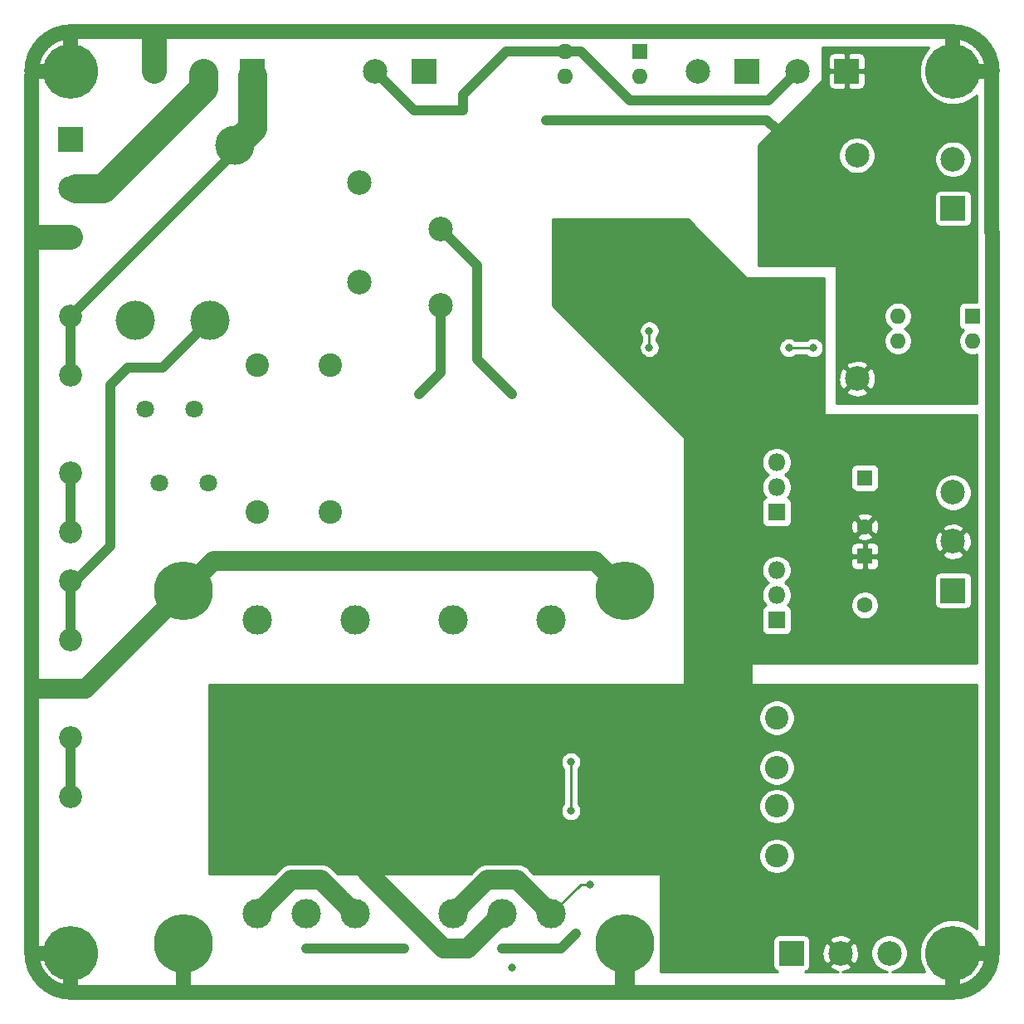
<source format=gbr>
G04 #@! TF.GenerationSoftware,KiCad,Pcbnew,5.1.5+dfsg1-2build2*
G04 #@! TF.CreationDate,2021-10-15T23:46:51+10:30*
G04 #@! TF.ProjectId,xover-psu,786f7665-722d-4707-9375-2e6b69636164,rev?*
G04 #@! TF.SameCoordinates,Original*
G04 #@! TF.FileFunction,Copper,L2,Bot*
G04 #@! TF.FilePolarity,Positive*
%FSLAX46Y46*%
G04 Gerber Fmt 4.6, Leading zero omitted, Abs format (unit mm)*
G04 Created by KiCad (PCBNEW 5.1.5+dfsg1-2build2) date 2021-10-15 23:46:51*
%MOMM*%
%LPD*%
G04 APERTURE LIST*
%ADD10C,1.500000*%
%ADD11C,6.000000*%
%ADD12C,2.999740*%
%ADD13C,5.600000*%
%ADD14C,2.350000*%
%ADD15C,2.500000*%
%ADD16R,2.500000X2.500000*%
%ADD17C,2.400000*%
%ADD18C,1.600000*%
%ADD19R,1.600000X1.600000*%
%ADD20C,4.000000*%
%ADD21O,2.400000X2.400000*%
%ADD22C,1.800000*%
%ADD23O,1.600000X1.600000*%
%ADD24R,1.800000X1.800000*%
%ADD25O,1.800000X1.800000*%
%ADD26C,0.800000*%
%ADD27C,1.000000*%
%ADD28C,2.000000*%
%ADD29C,0.250000*%
%ADD30C,2.500000*%
%ADD31C,3.000000*%
%ADD32C,0.254000*%
G04 APERTURE END LIST*
D10*
X30000000Y-124000000D02*
G75*
G02X26000000Y-120000000I0J4000000D01*
G01*
X124000000Y-120000000D02*
G75*
G02X120000000Y-124000000I-4000000J0D01*
G01*
X120000000Y-26000000D02*
G75*
G02X124000000Y-30000000I0J-4000000D01*
G01*
X26000000Y-30000000D02*
G75*
G02X30000000Y-26000000I4000000J0D01*
G01*
D11*
X41500000Y-119000000D03*
X41500000Y-83000000D03*
X86500000Y-83000000D03*
X86500000Y-119000000D03*
D12*
X79001240Y-116001240D03*
X73999980Y-116001240D03*
X69001260Y-116001240D03*
X58998740Y-116001240D03*
X54000020Y-116001240D03*
X48998760Y-116001240D03*
X48998760Y-85998760D03*
X58998740Y-85998760D03*
X69001260Y-85998760D03*
X79001240Y-85998760D03*
D13*
X120000000Y-120000000D03*
X120000000Y-30000000D03*
D14*
X30000000Y-98000000D03*
X30000000Y-104000000D03*
X30000000Y-88000000D03*
X30000000Y-82000000D03*
X30000000Y-71000000D03*
X30000000Y-77000000D03*
X30000000Y-61000000D03*
X30000000Y-55000000D03*
D13*
X30000000Y-120000000D03*
X30000000Y-30000000D03*
D15*
X30000000Y-42000000D03*
D16*
X30000000Y-37000000D03*
D15*
X30000000Y-47000000D03*
X43500000Y-30000000D03*
D16*
X48500000Y-30000000D03*
D15*
X38500000Y-30000000D03*
X94000000Y-30000000D03*
D16*
X99000000Y-30000000D03*
D17*
X56500000Y-75000000D03*
X56500000Y-60000000D03*
X49000000Y-60000000D03*
X49000000Y-75000000D03*
D18*
X111000000Y-76500000D03*
D19*
X111000000Y-71500000D03*
X111000000Y-79500000D03*
D18*
X111000000Y-84500000D03*
D16*
X66000000Y-30000000D03*
D15*
X61000000Y-30000000D03*
X113500000Y-120000000D03*
D16*
X103500000Y-120000000D03*
D15*
X108500000Y-120000000D03*
D16*
X109160000Y-30000000D03*
D15*
X104160000Y-30000000D03*
X120000000Y-39000000D03*
D16*
X120000000Y-44000000D03*
D15*
X120000000Y-78000000D03*
D16*
X120000000Y-83000000D03*
D15*
X120000000Y-73000000D03*
D20*
X36600000Y-55400000D03*
X44200000Y-55400000D03*
X46740000Y-37600000D03*
D15*
X59440000Y-51580000D03*
X59440000Y-41420000D03*
X67700000Y-46100000D03*
X67700000Y-53900000D03*
X110200000Y-61400000D03*
X110200000Y-38600000D03*
D21*
X102000000Y-101080000D03*
D17*
X102000000Y-96000000D03*
X102000000Y-110080000D03*
D21*
X102000000Y-105000000D03*
D22*
X39000000Y-72000000D03*
X37600000Y-64500000D03*
X42600000Y-64500000D03*
X44000000Y-72000000D03*
D19*
X88000000Y-28000000D03*
D23*
X80380000Y-30540000D03*
X88000000Y-30540000D03*
X80380000Y-28000000D03*
D24*
X102000000Y-75000000D03*
D25*
X102000000Y-72460000D03*
X102000000Y-69920000D03*
X102000000Y-80920000D03*
X102000000Y-83460000D03*
D24*
X102000000Y-86000000D03*
D23*
X114380000Y-55000000D03*
X122000000Y-57540000D03*
X114380000Y-57540000D03*
D19*
X122000000Y-55000000D03*
D26*
X105000000Y-47000000D03*
X101000000Y-47000000D03*
X119500000Y-53000000D03*
X78500002Y-35000000D03*
X115000000Y-28000000D03*
X85500000Y-109500000D03*
X93500000Y-109500000D03*
X110500000Y-109500000D03*
X118500000Y-109500000D03*
X104500000Y-68000000D03*
X112000000Y-67000000D03*
X121500000Y-67500000D03*
X121500000Y-88500000D03*
X112000000Y-89000000D03*
X105500000Y-86500000D03*
X95500000Y-86500000D03*
X95500000Y-73000000D03*
X89000000Y-47000000D03*
X59500000Y-106000000D03*
X61500000Y-96500000D03*
X57500000Y-96500000D03*
X63000000Y-96500000D03*
X93000000Y-53000000D03*
X87000000Y-52500000D03*
X80500000Y-52000000D03*
X102000000Y-56500000D03*
X59500000Y-109000000D03*
X84000008Y-109500000D03*
X95000000Y-109500000D03*
X109000000Y-109500000D03*
X120000000Y-109500000D03*
X56000000Y-96500000D03*
X59500000Y-110500000D03*
X59500000Y-107500000D03*
X106000000Y-54750000D03*
X54000000Y-119500000D03*
X64000000Y-119500000D03*
X74999998Y-121500000D03*
X81000000Y-100500000D03*
X81000000Y-105500000D03*
X82999998Y-113000000D03*
X75000000Y-63000000D03*
X65500000Y-63000000D03*
X89000000Y-58225000D03*
X89000000Y-56500000D03*
X105750000Y-58250000D03*
X103250000Y-58250000D03*
X81500000Y-118000000D03*
X74000012Y-119500000D03*
X26000000Y-93000000D03*
X26000000Y-93000000D03*
X74000000Y-26000000D03*
X70000000Y-34000000D03*
D27*
X30000000Y-77500000D02*
X30000000Y-71500000D01*
X78500000Y-35000000D02*
X78500000Y-35000000D01*
X102000000Y-36000000D02*
X101000000Y-35000000D01*
X101000000Y-35000000D02*
X79065687Y-35000000D01*
X79065687Y-35000000D02*
X78500002Y-35000000D01*
D28*
X60000000Y-111500000D02*
X60000000Y-111000000D01*
X68000000Y-119500000D02*
X60000000Y-111500000D01*
X70501220Y-119500000D02*
X68000000Y-119500000D01*
X73999980Y-116001240D02*
X70501220Y-119500000D01*
X55500000Y-112500000D02*
X52500000Y-112500000D01*
X52500000Y-112500000D02*
X48998760Y-116001240D01*
X57498871Y-114498871D02*
X55500000Y-112500000D01*
X57498871Y-114501371D02*
X57498871Y-114498871D01*
X58998740Y-116001240D02*
X57498871Y-114501371D01*
D27*
X54000000Y-119500000D02*
X64000000Y-119500000D01*
D28*
X75500000Y-112500000D02*
X79001240Y-116001240D01*
X72502500Y-112500000D02*
X75500000Y-112500000D01*
X69001260Y-116001240D02*
X72502500Y-112500000D01*
D29*
X81000000Y-100500000D02*
X81000000Y-105500000D01*
X79001240Y-116001240D02*
X82002480Y-113000000D01*
X82002480Y-113000000D02*
X82999998Y-113000000D01*
D27*
X71450001Y-49850001D02*
X71450001Y-59450001D01*
X67700000Y-46100000D02*
X71450001Y-49850001D01*
X71450001Y-59450001D02*
X75000000Y-63000000D01*
X67700000Y-60800000D02*
X67700000Y-53900000D01*
X65500000Y-63000000D02*
X67700000Y-60800000D01*
D29*
X89000000Y-58225000D02*
X89000000Y-56500000D01*
X105750000Y-58250000D02*
X103250000Y-58250000D01*
D27*
X58998740Y-85998760D02*
X58998760Y-85998760D01*
X80000000Y-119500000D02*
X74000012Y-119500000D01*
X81500000Y-118000000D02*
X80000000Y-119500000D01*
D30*
X43500000Y-30500000D02*
X43500000Y-31010421D01*
D31*
X33250000Y-42000000D02*
X43500000Y-31750000D01*
X43500000Y-31750000D02*
X43500000Y-30250010D01*
X30500000Y-42000000D02*
X33250000Y-42000000D01*
D27*
X30000000Y-26040203D02*
X30000000Y-26000000D01*
D10*
X30000000Y-30000000D02*
X30000000Y-26040203D01*
X38500000Y-26000000D02*
X30000000Y-26000000D01*
D27*
X26040203Y-30000000D02*
X26000000Y-30040203D01*
X26000000Y-30040203D02*
X26000000Y-30500000D01*
D10*
X30000000Y-30000000D02*
X26040203Y-30000000D01*
D27*
X26040203Y-120000000D02*
X26000000Y-120000000D01*
X30000000Y-123959797D02*
X30000000Y-124000000D01*
D10*
X30000000Y-124000000D02*
X41500000Y-124000000D01*
X41500000Y-124000000D02*
X86500000Y-124000000D01*
D27*
X120000000Y-123959797D02*
X120000000Y-124000000D01*
D10*
X86500000Y-124000000D02*
X120000000Y-124000000D01*
D27*
X123959797Y-120000000D02*
X124000000Y-120000000D01*
D10*
X26000000Y-92500000D02*
X26000000Y-93000000D01*
X26000000Y-49500000D02*
X26000000Y-92500000D01*
X26000000Y-47000000D02*
X26000000Y-49500000D01*
X26000000Y-30500000D02*
X26000000Y-47000000D01*
X72500000Y-26000000D02*
X38500000Y-26000000D01*
D28*
X83500001Y-80000001D02*
X86500000Y-83000000D01*
X44499999Y-80000001D02*
X83500001Y-80000001D01*
X41500000Y-83000000D02*
X44499999Y-80000001D01*
D10*
X92500000Y-26000000D02*
X120000000Y-26000000D01*
X124000000Y-61500000D02*
X124000000Y-120000000D01*
D27*
X26500000Y-93000000D02*
X26000000Y-92500000D01*
D28*
X31500000Y-93000000D02*
X26500000Y-93000000D01*
X41500000Y-83000000D02*
X31500000Y-93000000D01*
D30*
X30000000Y-47000000D02*
X27000000Y-47000000D01*
D10*
X120000000Y-30000000D02*
X120000000Y-26500000D01*
X120000000Y-120000000D02*
X123500000Y-120000000D01*
X120000000Y-120000000D02*
X120000000Y-123500000D01*
D28*
X86500000Y-119000000D02*
X86500000Y-123500000D01*
D10*
X41500000Y-119000000D02*
X41500000Y-123500000D01*
X30000000Y-120000000D02*
X30000000Y-123500000D01*
X30000000Y-120000000D02*
X26500000Y-120000000D01*
D30*
X38500000Y-30000000D02*
X38500000Y-27000000D01*
D10*
X123959797Y-30000000D02*
X123989990Y-29969807D01*
X120000000Y-30000000D02*
X123959797Y-30000000D01*
X123989990Y-46489990D02*
X123989990Y-61500000D01*
X123959797Y-46459797D02*
X123989990Y-46489990D01*
X123959797Y-30000000D02*
X123959797Y-46459797D01*
X72500000Y-26000000D02*
X74000000Y-26000000D01*
X78000000Y-26000000D02*
X92500000Y-26000000D01*
X26000000Y-93000000D02*
X26000000Y-93000000D01*
X26000000Y-93000000D02*
X26000000Y-120000000D01*
X74000000Y-26000000D02*
X78000000Y-26000000D01*
D27*
X30000000Y-61500000D02*
X30000000Y-55500000D01*
X46738300Y-36600000D02*
X46740000Y-36600000D01*
D31*
X48500000Y-35840000D02*
X48500000Y-30500000D01*
X46740000Y-37600000D02*
X48500000Y-35840000D01*
D27*
X46740000Y-38260000D02*
X46740000Y-37600000D01*
X30000000Y-55000000D02*
X46740000Y-38260000D01*
X30000000Y-98000000D02*
X30000000Y-104000000D01*
X30000000Y-88000000D02*
X30000000Y-82000000D01*
X39350000Y-60250000D02*
X44200000Y-55400000D01*
X35817998Y-60250000D02*
X39350000Y-60250000D01*
X34000000Y-62067998D02*
X35817998Y-60250000D01*
X30439002Y-82000000D02*
X34000000Y-78439002D01*
X34000000Y-78439002D02*
X34000000Y-62067998D01*
X30000000Y-82000000D02*
X30439002Y-82000000D01*
X65000000Y-34000000D02*
X70000000Y-34000000D01*
X61000000Y-30000000D02*
X65000000Y-34000000D01*
X79248630Y-28000000D02*
X80380000Y-28000000D01*
X74400000Y-28000000D02*
X79248630Y-28000000D01*
X70000000Y-32400000D02*
X74400000Y-28000000D01*
X70000000Y-34000000D02*
X70000000Y-32400000D01*
X101160000Y-33000000D02*
X104160000Y-30000000D01*
X87000000Y-33000000D02*
X101160000Y-33000000D01*
X82000000Y-28000000D02*
X87000000Y-33000000D01*
X80380000Y-28000000D02*
X82000000Y-28000000D01*
D32*
G36*
X98910197Y-51089803D02*
G01*
X98929443Y-51105597D01*
X98951399Y-51117333D01*
X98975224Y-51124560D01*
X99000000Y-51127000D01*
X106873000Y-51127000D01*
X106873000Y-65000000D01*
X106875440Y-65024776D01*
X106882667Y-65048601D01*
X106894403Y-65070557D01*
X106910197Y-65089803D01*
X106929443Y-65105597D01*
X106951399Y-65117333D01*
X106975224Y-65124560D01*
X107000000Y-65127000D01*
X122373000Y-65127000D01*
X122373000Y-90395153D01*
X99500123Y-90373000D01*
X99475344Y-90375416D01*
X99451513Y-90382620D01*
X99429545Y-90394335D01*
X99410284Y-90410111D01*
X99394472Y-90429340D01*
X99382714Y-90451286D01*
X99375464Y-90475103D01*
X99373000Y-90500000D01*
X99373000Y-92500000D01*
X99375440Y-92524776D01*
X99382667Y-92548601D01*
X99394403Y-92570557D01*
X99410197Y-92589803D01*
X99429443Y-92605597D01*
X99451399Y-92617333D01*
X99475224Y-92624560D01*
X99500000Y-92627000D01*
X122373000Y-92627000D01*
X122373000Y-117515177D01*
X122189685Y-117331862D01*
X121627082Y-116955943D01*
X121001952Y-116697006D01*
X120338318Y-116565000D01*
X119661682Y-116565000D01*
X118998048Y-116697006D01*
X118372918Y-116955943D01*
X117810315Y-117331862D01*
X117331862Y-117810315D01*
X116955943Y-118372918D01*
X116697006Y-118998048D01*
X116565000Y-119661682D01*
X116565000Y-120338318D01*
X116697006Y-121001952D01*
X116955943Y-121627082D01*
X117120260Y-121873000D01*
X113745984Y-121873000D01*
X114049834Y-121812561D01*
X114392882Y-121670466D01*
X114701618Y-121464175D01*
X114964175Y-121201618D01*
X115170466Y-120892882D01*
X115312561Y-120549834D01*
X115385000Y-120185656D01*
X115385000Y-119814344D01*
X115312561Y-119450166D01*
X115170466Y-119107118D01*
X114964175Y-118798382D01*
X114701618Y-118535825D01*
X114392882Y-118329534D01*
X114049834Y-118187439D01*
X113685656Y-118115000D01*
X113314344Y-118115000D01*
X112950166Y-118187439D01*
X112607118Y-118329534D01*
X112298382Y-118535825D01*
X112035825Y-118798382D01*
X111829534Y-119107118D01*
X111687439Y-119450166D01*
X111615000Y-119814344D01*
X111615000Y-120185656D01*
X111687439Y-120549834D01*
X111829534Y-120892882D01*
X112035825Y-121201618D01*
X112298382Y-121464175D01*
X112607118Y-121670466D01*
X112950166Y-121812561D01*
X113254016Y-121873000D01*
X108713658Y-121873000D01*
X108921075Y-121846725D01*
X109273262Y-121729094D01*
X109508086Y-121603577D01*
X109634000Y-121313605D01*
X108500000Y-120179605D01*
X107366000Y-121313605D01*
X107491914Y-121603577D01*
X107824126Y-121769433D01*
X108182312Y-121867290D01*
X108263348Y-121873000D01*
X104883752Y-121873000D01*
X104994180Y-121839502D01*
X105104494Y-121780537D01*
X105201185Y-121701185D01*
X105280537Y-121604494D01*
X105339502Y-121494180D01*
X105375812Y-121374482D01*
X105388072Y-121250000D01*
X105388072Y-120052706D01*
X106606611Y-120052706D01*
X106653275Y-120421075D01*
X106770906Y-120773262D01*
X106896423Y-121008086D01*
X107186395Y-121134000D01*
X108320395Y-120000000D01*
X108679605Y-120000000D01*
X109813605Y-121134000D01*
X110103577Y-121008086D01*
X110269433Y-120675874D01*
X110367290Y-120317688D01*
X110393389Y-119947294D01*
X110346725Y-119578925D01*
X110229094Y-119226738D01*
X110103577Y-118991914D01*
X109813605Y-118866000D01*
X108679605Y-120000000D01*
X108320395Y-120000000D01*
X107186395Y-118866000D01*
X106896423Y-118991914D01*
X106730567Y-119324126D01*
X106632710Y-119682312D01*
X106606611Y-120052706D01*
X105388072Y-120052706D01*
X105388072Y-118750000D01*
X105381808Y-118686395D01*
X107366000Y-118686395D01*
X108500000Y-119820395D01*
X109634000Y-118686395D01*
X109508086Y-118396423D01*
X109175874Y-118230567D01*
X108817688Y-118132710D01*
X108447294Y-118106611D01*
X108078925Y-118153275D01*
X107726738Y-118270906D01*
X107491914Y-118396423D01*
X107366000Y-118686395D01*
X105381808Y-118686395D01*
X105375812Y-118625518D01*
X105339502Y-118505820D01*
X105280537Y-118395506D01*
X105201185Y-118298815D01*
X105104494Y-118219463D01*
X104994180Y-118160498D01*
X104874482Y-118124188D01*
X104750000Y-118111928D01*
X102250000Y-118111928D01*
X102125518Y-118124188D01*
X102005820Y-118160498D01*
X101895506Y-118219463D01*
X101798815Y-118298815D01*
X101719463Y-118395506D01*
X101660498Y-118505820D01*
X101624188Y-118625518D01*
X101611928Y-118750000D01*
X101611928Y-121250000D01*
X101624188Y-121374482D01*
X101660498Y-121494180D01*
X101719463Y-121604494D01*
X101798815Y-121701185D01*
X101895506Y-121780537D01*
X102005820Y-121839502D01*
X102116248Y-121873000D01*
X90127000Y-121873000D01*
X90127000Y-119398235D01*
X90135000Y-119358016D01*
X90135000Y-118641984D01*
X90127000Y-118601765D01*
X90127000Y-112000000D01*
X90124560Y-111975224D01*
X90117333Y-111951399D01*
X90105597Y-111929443D01*
X90089803Y-111910197D01*
X90070557Y-111894403D01*
X90048601Y-111882667D01*
X90024776Y-111875440D01*
X90000000Y-111873000D01*
X77185238Y-111873000D01*
X76712925Y-111400687D01*
X76661714Y-111338286D01*
X76412752Y-111133969D01*
X76128715Y-110982148D01*
X75820516Y-110888657D01*
X75580322Y-110865000D01*
X75580319Y-110865000D01*
X75500000Y-110857089D01*
X75419681Y-110865000D01*
X72582819Y-110865000D01*
X72502499Y-110857089D01*
X72422180Y-110865000D01*
X72422178Y-110865000D01*
X72181984Y-110888657D01*
X71873785Y-110982148D01*
X71589748Y-111133969D01*
X71340786Y-111338286D01*
X71289580Y-111400681D01*
X70817261Y-111873000D01*
X57185238Y-111873000D01*
X56712925Y-111400687D01*
X56661714Y-111338286D01*
X56412752Y-111133969D01*
X56128715Y-110982148D01*
X55820516Y-110888657D01*
X55580322Y-110865000D01*
X55580319Y-110865000D01*
X55500000Y-110857089D01*
X55419681Y-110865000D01*
X52580319Y-110865000D01*
X52499999Y-110857089D01*
X52419680Y-110865000D01*
X52419678Y-110865000D01*
X52179484Y-110888657D01*
X51871285Y-110982148D01*
X51587248Y-111133969D01*
X51338286Y-111338286D01*
X51287080Y-111400681D01*
X50814761Y-111873000D01*
X44127000Y-111873000D01*
X44127000Y-109899268D01*
X100165000Y-109899268D01*
X100165000Y-110260732D01*
X100235518Y-110615250D01*
X100373844Y-110949199D01*
X100574662Y-111249744D01*
X100830256Y-111505338D01*
X101130801Y-111706156D01*
X101464750Y-111844482D01*
X101819268Y-111915000D01*
X102180732Y-111915000D01*
X102535250Y-111844482D01*
X102869199Y-111706156D01*
X103169744Y-111505338D01*
X103425338Y-111249744D01*
X103626156Y-110949199D01*
X103764482Y-110615250D01*
X103835000Y-110260732D01*
X103835000Y-109899268D01*
X103764482Y-109544750D01*
X103626156Y-109210801D01*
X103425338Y-108910256D01*
X103169744Y-108654662D01*
X102869199Y-108453844D01*
X102535250Y-108315518D01*
X102180732Y-108245000D01*
X101819268Y-108245000D01*
X101464750Y-108315518D01*
X101130801Y-108453844D01*
X100830256Y-108654662D01*
X100574662Y-108910256D01*
X100373844Y-109210801D01*
X100235518Y-109544750D01*
X100165000Y-109899268D01*
X44127000Y-109899268D01*
X44127000Y-100398061D01*
X79965000Y-100398061D01*
X79965000Y-100601939D01*
X80004774Y-100801898D01*
X80082795Y-100990256D01*
X80196063Y-101159774D01*
X80240000Y-101203711D01*
X80240001Y-104796288D01*
X80196063Y-104840226D01*
X80082795Y-105009744D01*
X80004774Y-105198102D01*
X79965000Y-105398061D01*
X79965000Y-105601939D01*
X80004774Y-105801898D01*
X80082795Y-105990256D01*
X80196063Y-106159774D01*
X80340226Y-106303937D01*
X80509744Y-106417205D01*
X80698102Y-106495226D01*
X80898061Y-106535000D01*
X81101939Y-106535000D01*
X81301898Y-106495226D01*
X81490256Y-106417205D01*
X81659774Y-106303937D01*
X81803937Y-106159774D01*
X81917205Y-105990256D01*
X81995226Y-105801898D01*
X82035000Y-105601939D01*
X82035000Y-105398061D01*
X81995226Y-105198102D01*
X81917205Y-105009744D01*
X81803937Y-104840226D01*
X81782979Y-104819268D01*
X100165000Y-104819268D01*
X100165000Y-105180732D01*
X100235518Y-105535250D01*
X100373844Y-105869199D01*
X100574662Y-106169744D01*
X100830256Y-106425338D01*
X101130801Y-106626156D01*
X101464750Y-106764482D01*
X101819268Y-106835000D01*
X102180732Y-106835000D01*
X102535250Y-106764482D01*
X102869199Y-106626156D01*
X103169744Y-106425338D01*
X103425338Y-106169744D01*
X103626156Y-105869199D01*
X103764482Y-105535250D01*
X103835000Y-105180732D01*
X103835000Y-104819268D01*
X103764482Y-104464750D01*
X103626156Y-104130801D01*
X103425338Y-103830256D01*
X103169744Y-103574662D01*
X102869199Y-103373844D01*
X102535250Y-103235518D01*
X102180732Y-103165000D01*
X101819268Y-103165000D01*
X101464750Y-103235518D01*
X101130801Y-103373844D01*
X100830256Y-103574662D01*
X100574662Y-103830256D01*
X100373844Y-104130801D01*
X100235518Y-104464750D01*
X100165000Y-104819268D01*
X81782979Y-104819268D01*
X81760000Y-104796289D01*
X81760000Y-101203711D01*
X81803937Y-101159774D01*
X81917205Y-100990256D01*
X81954893Y-100899268D01*
X100165000Y-100899268D01*
X100165000Y-101260732D01*
X100235518Y-101615250D01*
X100373844Y-101949199D01*
X100574662Y-102249744D01*
X100830256Y-102505338D01*
X101130801Y-102706156D01*
X101464750Y-102844482D01*
X101819268Y-102915000D01*
X102180732Y-102915000D01*
X102535250Y-102844482D01*
X102869199Y-102706156D01*
X103169744Y-102505338D01*
X103425338Y-102249744D01*
X103626156Y-101949199D01*
X103764482Y-101615250D01*
X103835000Y-101260732D01*
X103835000Y-100899268D01*
X103764482Y-100544750D01*
X103626156Y-100210801D01*
X103425338Y-99910256D01*
X103169744Y-99654662D01*
X102869199Y-99453844D01*
X102535250Y-99315518D01*
X102180732Y-99245000D01*
X101819268Y-99245000D01*
X101464750Y-99315518D01*
X101130801Y-99453844D01*
X100830256Y-99654662D01*
X100574662Y-99910256D01*
X100373844Y-100210801D01*
X100235518Y-100544750D01*
X100165000Y-100899268D01*
X81954893Y-100899268D01*
X81995226Y-100801898D01*
X82035000Y-100601939D01*
X82035000Y-100398061D01*
X81995226Y-100198102D01*
X81917205Y-100009744D01*
X81803937Y-99840226D01*
X81659774Y-99696063D01*
X81490256Y-99582795D01*
X81301898Y-99504774D01*
X81101939Y-99465000D01*
X80898061Y-99465000D01*
X80698102Y-99504774D01*
X80509744Y-99582795D01*
X80340226Y-99696063D01*
X80196063Y-99840226D01*
X80082795Y-100009744D01*
X80004774Y-100198102D01*
X79965000Y-100398061D01*
X44127000Y-100398061D01*
X44127000Y-95819268D01*
X100165000Y-95819268D01*
X100165000Y-96180732D01*
X100235518Y-96535250D01*
X100373844Y-96869199D01*
X100574662Y-97169744D01*
X100830256Y-97425338D01*
X101130801Y-97626156D01*
X101464750Y-97764482D01*
X101819268Y-97835000D01*
X102180732Y-97835000D01*
X102535250Y-97764482D01*
X102869199Y-97626156D01*
X103169744Y-97425338D01*
X103425338Y-97169744D01*
X103626156Y-96869199D01*
X103764482Y-96535250D01*
X103835000Y-96180732D01*
X103835000Y-95819268D01*
X103764482Y-95464750D01*
X103626156Y-95130801D01*
X103425338Y-94830256D01*
X103169744Y-94574662D01*
X102869199Y-94373844D01*
X102535250Y-94235518D01*
X102180732Y-94165000D01*
X101819268Y-94165000D01*
X101464750Y-94235518D01*
X101130801Y-94373844D01*
X100830256Y-94574662D01*
X100574662Y-94830256D01*
X100373844Y-95130801D01*
X100235518Y-95464750D01*
X100165000Y-95819268D01*
X44127000Y-95819268D01*
X44127000Y-92627000D01*
X92500000Y-92627000D01*
X92524776Y-92624560D01*
X92548601Y-92617333D01*
X92570557Y-92605597D01*
X92589803Y-92589803D01*
X92605597Y-92570557D01*
X92617333Y-92548601D01*
X92624560Y-92524776D01*
X92627000Y-92500000D01*
X92627000Y-85100000D01*
X100461928Y-85100000D01*
X100461928Y-86900000D01*
X100474188Y-87024482D01*
X100510498Y-87144180D01*
X100569463Y-87254494D01*
X100648815Y-87351185D01*
X100745506Y-87430537D01*
X100855820Y-87489502D01*
X100975518Y-87525812D01*
X101100000Y-87538072D01*
X102900000Y-87538072D01*
X103024482Y-87525812D01*
X103144180Y-87489502D01*
X103254494Y-87430537D01*
X103351185Y-87351185D01*
X103430537Y-87254494D01*
X103489502Y-87144180D01*
X103525812Y-87024482D01*
X103538072Y-86900000D01*
X103538072Y-85100000D01*
X103525812Y-84975518D01*
X103489502Y-84855820D01*
X103430537Y-84745506D01*
X103351185Y-84648815D01*
X103254494Y-84569463D01*
X103144180Y-84510498D01*
X103125873Y-84504944D01*
X103192312Y-84438505D01*
X103245659Y-84358665D01*
X109565000Y-84358665D01*
X109565000Y-84641335D01*
X109620147Y-84918574D01*
X109728320Y-85179727D01*
X109885363Y-85414759D01*
X110085241Y-85614637D01*
X110320273Y-85771680D01*
X110581426Y-85879853D01*
X110858665Y-85935000D01*
X111141335Y-85935000D01*
X111418574Y-85879853D01*
X111679727Y-85771680D01*
X111914759Y-85614637D01*
X112114637Y-85414759D01*
X112271680Y-85179727D01*
X112379853Y-84918574D01*
X112435000Y-84641335D01*
X112435000Y-84358665D01*
X112379853Y-84081426D01*
X112271680Y-83820273D01*
X112114637Y-83585241D01*
X111914759Y-83385363D01*
X111679727Y-83228320D01*
X111418574Y-83120147D01*
X111141335Y-83065000D01*
X110858665Y-83065000D01*
X110581426Y-83120147D01*
X110320273Y-83228320D01*
X110085241Y-83385363D01*
X109885363Y-83585241D01*
X109728320Y-83820273D01*
X109620147Y-84081426D01*
X109565000Y-84358665D01*
X103245659Y-84358665D01*
X103360299Y-84187095D01*
X103476011Y-83907743D01*
X103535000Y-83611184D01*
X103535000Y-83308816D01*
X103476011Y-83012257D01*
X103360299Y-82732905D01*
X103192312Y-82481495D01*
X102978505Y-82267688D01*
X102862237Y-82190000D01*
X102978505Y-82112312D01*
X103192312Y-81898505D01*
X103291539Y-81750000D01*
X118111928Y-81750000D01*
X118111928Y-84250000D01*
X118124188Y-84374482D01*
X118160498Y-84494180D01*
X118219463Y-84604494D01*
X118298815Y-84701185D01*
X118395506Y-84780537D01*
X118505820Y-84839502D01*
X118625518Y-84875812D01*
X118750000Y-84888072D01*
X121250000Y-84888072D01*
X121374482Y-84875812D01*
X121494180Y-84839502D01*
X121604494Y-84780537D01*
X121701185Y-84701185D01*
X121780537Y-84604494D01*
X121839502Y-84494180D01*
X121875812Y-84374482D01*
X121888072Y-84250000D01*
X121888072Y-81750000D01*
X121875812Y-81625518D01*
X121839502Y-81505820D01*
X121780537Y-81395506D01*
X121701185Y-81298815D01*
X121604494Y-81219463D01*
X121494180Y-81160498D01*
X121374482Y-81124188D01*
X121250000Y-81111928D01*
X118750000Y-81111928D01*
X118625518Y-81124188D01*
X118505820Y-81160498D01*
X118395506Y-81219463D01*
X118298815Y-81298815D01*
X118219463Y-81395506D01*
X118160498Y-81505820D01*
X118124188Y-81625518D01*
X118111928Y-81750000D01*
X103291539Y-81750000D01*
X103360299Y-81647095D01*
X103476011Y-81367743D01*
X103535000Y-81071184D01*
X103535000Y-80768816D01*
X103476011Y-80472257D01*
X103404660Y-80300000D01*
X109561928Y-80300000D01*
X109574188Y-80424482D01*
X109610498Y-80544180D01*
X109669463Y-80654494D01*
X109748815Y-80751185D01*
X109845506Y-80830537D01*
X109955820Y-80889502D01*
X110075518Y-80925812D01*
X110200000Y-80938072D01*
X110714250Y-80935000D01*
X110873000Y-80776250D01*
X110873000Y-79627000D01*
X111127000Y-79627000D01*
X111127000Y-80776250D01*
X111285750Y-80935000D01*
X111800000Y-80938072D01*
X111924482Y-80925812D01*
X112044180Y-80889502D01*
X112154494Y-80830537D01*
X112251185Y-80751185D01*
X112330537Y-80654494D01*
X112389502Y-80544180D01*
X112425812Y-80424482D01*
X112438072Y-80300000D01*
X112435000Y-79785750D01*
X112276250Y-79627000D01*
X111127000Y-79627000D01*
X110873000Y-79627000D01*
X109723750Y-79627000D01*
X109565000Y-79785750D01*
X109561928Y-80300000D01*
X103404660Y-80300000D01*
X103360299Y-80192905D01*
X103192312Y-79941495D01*
X102978505Y-79727688D01*
X102727095Y-79559701D01*
X102447743Y-79443989D01*
X102151184Y-79385000D01*
X101848816Y-79385000D01*
X101552257Y-79443989D01*
X101272905Y-79559701D01*
X101021495Y-79727688D01*
X100807688Y-79941495D01*
X100639701Y-80192905D01*
X100523989Y-80472257D01*
X100465000Y-80768816D01*
X100465000Y-81071184D01*
X100523989Y-81367743D01*
X100639701Y-81647095D01*
X100807688Y-81898505D01*
X101021495Y-82112312D01*
X101137763Y-82190000D01*
X101021495Y-82267688D01*
X100807688Y-82481495D01*
X100639701Y-82732905D01*
X100523989Y-83012257D01*
X100465000Y-83308816D01*
X100465000Y-83611184D01*
X100523989Y-83907743D01*
X100639701Y-84187095D01*
X100807688Y-84438505D01*
X100874127Y-84504944D01*
X100855820Y-84510498D01*
X100745506Y-84569463D01*
X100648815Y-84648815D01*
X100569463Y-84745506D01*
X100510498Y-84855820D01*
X100474188Y-84975518D01*
X100461928Y-85100000D01*
X92627000Y-85100000D01*
X92627000Y-78700000D01*
X109561928Y-78700000D01*
X109565000Y-79214250D01*
X109723750Y-79373000D01*
X110873000Y-79373000D01*
X110873000Y-78223750D01*
X111127000Y-78223750D01*
X111127000Y-79373000D01*
X112276250Y-79373000D01*
X112335645Y-79313605D01*
X118866000Y-79313605D01*
X118991914Y-79603577D01*
X119324126Y-79769433D01*
X119682312Y-79867290D01*
X120052706Y-79893389D01*
X120421075Y-79846725D01*
X120773262Y-79729094D01*
X121008086Y-79603577D01*
X121134000Y-79313605D01*
X120000000Y-78179605D01*
X118866000Y-79313605D01*
X112335645Y-79313605D01*
X112435000Y-79214250D01*
X112438072Y-78700000D01*
X112425812Y-78575518D01*
X112389502Y-78455820D01*
X112330537Y-78345506D01*
X112251185Y-78248815D01*
X112154494Y-78169463D01*
X112044180Y-78110498D01*
X111924482Y-78074188D01*
X111800000Y-78061928D01*
X111285750Y-78065000D01*
X111127000Y-78223750D01*
X110873000Y-78223750D01*
X110714250Y-78065000D01*
X110200000Y-78061928D01*
X110075518Y-78074188D01*
X109955820Y-78110498D01*
X109845506Y-78169463D01*
X109748815Y-78248815D01*
X109669463Y-78345506D01*
X109610498Y-78455820D01*
X109574188Y-78575518D01*
X109561928Y-78700000D01*
X92627000Y-78700000D01*
X92627000Y-78052706D01*
X118106611Y-78052706D01*
X118153275Y-78421075D01*
X118270906Y-78773262D01*
X118396423Y-79008086D01*
X118686395Y-79134000D01*
X119820395Y-78000000D01*
X120179605Y-78000000D01*
X121313605Y-79134000D01*
X121603577Y-79008086D01*
X121769433Y-78675874D01*
X121867290Y-78317688D01*
X121893389Y-77947294D01*
X121846725Y-77578925D01*
X121729094Y-77226738D01*
X121603577Y-76991914D01*
X121313605Y-76866000D01*
X120179605Y-78000000D01*
X119820395Y-78000000D01*
X118686395Y-76866000D01*
X118396423Y-76991914D01*
X118230567Y-77324126D01*
X118132710Y-77682312D01*
X118106611Y-78052706D01*
X92627000Y-78052706D01*
X92627000Y-77492702D01*
X110186903Y-77492702D01*
X110258486Y-77736671D01*
X110513996Y-77857571D01*
X110788184Y-77926300D01*
X111070512Y-77940217D01*
X111350130Y-77898787D01*
X111616292Y-77803603D01*
X111741514Y-77736671D01*
X111813097Y-77492702D01*
X111000000Y-76679605D01*
X110186903Y-77492702D01*
X92627000Y-77492702D01*
X92627000Y-76570512D01*
X109559783Y-76570512D01*
X109601213Y-76850130D01*
X109696397Y-77116292D01*
X109763329Y-77241514D01*
X110007298Y-77313097D01*
X110820395Y-76500000D01*
X111179605Y-76500000D01*
X111992702Y-77313097D01*
X112236671Y-77241514D01*
X112357571Y-76986004D01*
X112426300Y-76711816D01*
X112427553Y-76686395D01*
X118866000Y-76686395D01*
X120000000Y-77820395D01*
X121134000Y-76686395D01*
X121008086Y-76396423D01*
X120675874Y-76230567D01*
X120317688Y-76132710D01*
X119947294Y-76106611D01*
X119578925Y-76153275D01*
X119226738Y-76270906D01*
X118991914Y-76396423D01*
X118866000Y-76686395D01*
X112427553Y-76686395D01*
X112440217Y-76429488D01*
X112398787Y-76149870D01*
X112303603Y-75883708D01*
X112236671Y-75758486D01*
X111992702Y-75686903D01*
X111179605Y-76500000D01*
X110820395Y-76500000D01*
X110007298Y-75686903D01*
X109763329Y-75758486D01*
X109642429Y-76013996D01*
X109573700Y-76288184D01*
X109559783Y-76570512D01*
X92627000Y-76570512D01*
X92627000Y-74100000D01*
X100461928Y-74100000D01*
X100461928Y-75900000D01*
X100474188Y-76024482D01*
X100510498Y-76144180D01*
X100569463Y-76254494D01*
X100648815Y-76351185D01*
X100745506Y-76430537D01*
X100855820Y-76489502D01*
X100975518Y-76525812D01*
X101100000Y-76538072D01*
X102900000Y-76538072D01*
X103024482Y-76525812D01*
X103144180Y-76489502D01*
X103254494Y-76430537D01*
X103351185Y-76351185D01*
X103430537Y-76254494D01*
X103489502Y-76144180D01*
X103525812Y-76024482D01*
X103538072Y-75900000D01*
X103538072Y-75507298D01*
X110186903Y-75507298D01*
X111000000Y-76320395D01*
X111813097Y-75507298D01*
X111741514Y-75263329D01*
X111486004Y-75142429D01*
X111211816Y-75073700D01*
X110929488Y-75059783D01*
X110649870Y-75101213D01*
X110383708Y-75196397D01*
X110258486Y-75263329D01*
X110186903Y-75507298D01*
X103538072Y-75507298D01*
X103538072Y-74100000D01*
X103525812Y-73975518D01*
X103489502Y-73855820D01*
X103430537Y-73745506D01*
X103351185Y-73648815D01*
X103254494Y-73569463D01*
X103144180Y-73510498D01*
X103125873Y-73504944D01*
X103192312Y-73438505D01*
X103360299Y-73187095D01*
X103476011Y-72907743D01*
X103535000Y-72611184D01*
X103535000Y-72308816D01*
X103476011Y-72012257D01*
X103360299Y-71732905D01*
X103192312Y-71481495D01*
X102978505Y-71267688D01*
X102862237Y-71190000D01*
X102978505Y-71112312D01*
X103192312Y-70898505D01*
X103324948Y-70700000D01*
X109561928Y-70700000D01*
X109561928Y-72300000D01*
X109574188Y-72424482D01*
X109610498Y-72544180D01*
X109669463Y-72654494D01*
X109748815Y-72751185D01*
X109845506Y-72830537D01*
X109955820Y-72889502D01*
X110075518Y-72925812D01*
X110200000Y-72938072D01*
X111800000Y-72938072D01*
X111924482Y-72925812D01*
X112044180Y-72889502D01*
X112154494Y-72830537D01*
X112174225Y-72814344D01*
X118115000Y-72814344D01*
X118115000Y-73185656D01*
X118187439Y-73549834D01*
X118329534Y-73892882D01*
X118535825Y-74201618D01*
X118798382Y-74464175D01*
X119107118Y-74670466D01*
X119450166Y-74812561D01*
X119814344Y-74885000D01*
X120185656Y-74885000D01*
X120549834Y-74812561D01*
X120892882Y-74670466D01*
X121201618Y-74464175D01*
X121464175Y-74201618D01*
X121670466Y-73892882D01*
X121812561Y-73549834D01*
X121885000Y-73185656D01*
X121885000Y-72814344D01*
X121812561Y-72450166D01*
X121670466Y-72107118D01*
X121464175Y-71798382D01*
X121201618Y-71535825D01*
X120892882Y-71329534D01*
X120549834Y-71187439D01*
X120185656Y-71115000D01*
X119814344Y-71115000D01*
X119450166Y-71187439D01*
X119107118Y-71329534D01*
X118798382Y-71535825D01*
X118535825Y-71798382D01*
X118329534Y-72107118D01*
X118187439Y-72450166D01*
X118115000Y-72814344D01*
X112174225Y-72814344D01*
X112251185Y-72751185D01*
X112330537Y-72654494D01*
X112389502Y-72544180D01*
X112425812Y-72424482D01*
X112438072Y-72300000D01*
X112438072Y-70700000D01*
X112425812Y-70575518D01*
X112389502Y-70455820D01*
X112330537Y-70345506D01*
X112251185Y-70248815D01*
X112154494Y-70169463D01*
X112044180Y-70110498D01*
X111924482Y-70074188D01*
X111800000Y-70061928D01*
X110200000Y-70061928D01*
X110075518Y-70074188D01*
X109955820Y-70110498D01*
X109845506Y-70169463D01*
X109748815Y-70248815D01*
X109669463Y-70345506D01*
X109610498Y-70455820D01*
X109574188Y-70575518D01*
X109561928Y-70700000D01*
X103324948Y-70700000D01*
X103360299Y-70647095D01*
X103476011Y-70367743D01*
X103535000Y-70071184D01*
X103535000Y-69768816D01*
X103476011Y-69472257D01*
X103360299Y-69192905D01*
X103192312Y-68941495D01*
X102978505Y-68727688D01*
X102727095Y-68559701D01*
X102447743Y-68443989D01*
X102151184Y-68385000D01*
X101848816Y-68385000D01*
X101552257Y-68443989D01*
X101272905Y-68559701D01*
X101021495Y-68727688D01*
X100807688Y-68941495D01*
X100639701Y-69192905D01*
X100523989Y-69472257D01*
X100465000Y-69768816D01*
X100465000Y-70071184D01*
X100523989Y-70367743D01*
X100639701Y-70647095D01*
X100807688Y-70898505D01*
X101021495Y-71112312D01*
X101137763Y-71190000D01*
X101021495Y-71267688D01*
X100807688Y-71481495D01*
X100639701Y-71732905D01*
X100523989Y-72012257D01*
X100465000Y-72308816D01*
X100465000Y-72611184D01*
X100523989Y-72907743D01*
X100639701Y-73187095D01*
X100807688Y-73438505D01*
X100874127Y-73504944D01*
X100855820Y-73510498D01*
X100745506Y-73569463D01*
X100648815Y-73648815D01*
X100569463Y-73745506D01*
X100510498Y-73855820D01*
X100474188Y-73975518D01*
X100461928Y-74100000D01*
X92627000Y-74100000D01*
X92627000Y-67500000D01*
X92624560Y-67475224D01*
X92617333Y-67451399D01*
X92605597Y-67429443D01*
X92589803Y-67410197D01*
X81577667Y-56398061D01*
X87965000Y-56398061D01*
X87965000Y-56601939D01*
X88004774Y-56801898D01*
X88082795Y-56990256D01*
X88196063Y-57159774D01*
X88240001Y-57203712D01*
X88240000Y-57521289D01*
X88196063Y-57565226D01*
X88082795Y-57734744D01*
X88004774Y-57923102D01*
X87965000Y-58123061D01*
X87965000Y-58326939D01*
X88004774Y-58526898D01*
X88082795Y-58715256D01*
X88196063Y-58884774D01*
X88340226Y-59028937D01*
X88509744Y-59142205D01*
X88698102Y-59220226D01*
X88898061Y-59260000D01*
X89101939Y-59260000D01*
X89301898Y-59220226D01*
X89490256Y-59142205D01*
X89659774Y-59028937D01*
X89803937Y-58884774D01*
X89917205Y-58715256D01*
X89995226Y-58526898D01*
X90035000Y-58326939D01*
X90035000Y-58148061D01*
X102215000Y-58148061D01*
X102215000Y-58351939D01*
X102254774Y-58551898D01*
X102332795Y-58740256D01*
X102446063Y-58909774D01*
X102590226Y-59053937D01*
X102759744Y-59167205D01*
X102948102Y-59245226D01*
X103148061Y-59285000D01*
X103351939Y-59285000D01*
X103551898Y-59245226D01*
X103740256Y-59167205D01*
X103909774Y-59053937D01*
X103953711Y-59010000D01*
X105046289Y-59010000D01*
X105090226Y-59053937D01*
X105259744Y-59167205D01*
X105448102Y-59245226D01*
X105648061Y-59285000D01*
X105851939Y-59285000D01*
X106051898Y-59245226D01*
X106240256Y-59167205D01*
X106409774Y-59053937D01*
X106553937Y-58909774D01*
X106667205Y-58740256D01*
X106745226Y-58551898D01*
X106785000Y-58351939D01*
X106785000Y-58148061D01*
X106745226Y-57948102D01*
X106667205Y-57759744D01*
X106553937Y-57590226D01*
X106409774Y-57446063D01*
X106240256Y-57332795D01*
X106051898Y-57254774D01*
X105851939Y-57215000D01*
X105648061Y-57215000D01*
X105448102Y-57254774D01*
X105259744Y-57332795D01*
X105090226Y-57446063D01*
X105046289Y-57490000D01*
X103953711Y-57490000D01*
X103909774Y-57446063D01*
X103740256Y-57332795D01*
X103551898Y-57254774D01*
X103351939Y-57215000D01*
X103148061Y-57215000D01*
X102948102Y-57254774D01*
X102759744Y-57332795D01*
X102590226Y-57446063D01*
X102446063Y-57590226D01*
X102332795Y-57759744D01*
X102254774Y-57948102D01*
X102215000Y-58148061D01*
X90035000Y-58148061D01*
X90035000Y-58123061D01*
X89995226Y-57923102D01*
X89917205Y-57734744D01*
X89803937Y-57565226D01*
X89760000Y-57521289D01*
X89760000Y-57203711D01*
X89803937Y-57159774D01*
X89917205Y-56990256D01*
X89995226Y-56801898D01*
X90035000Y-56601939D01*
X90035000Y-56398061D01*
X89995226Y-56198102D01*
X89917205Y-56009744D01*
X89803937Y-55840226D01*
X89659774Y-55696063D01*
X89490256Y-55582795D01*
X89301898Y-55504774D01*
X89101939Y-55465000D01*
X88898061Y-55465000D01*
X88698102Y-55504774D01*
X88509744Y-55582795D01*
X88340226Y-55696063D01*
X88196063Y-55840226D01*
X88082795Y-56009744D01*
X88004774Y-56198102D01*
X87965000Y-56398061D01*
X81577667Y-56398061D01*
X79127000Y-53947394D01*
X79127000Y-45127000D01*
X92947394Y-45127000D01*
X98910197Y-51089803D01*
G37*
X98910197Y-51089803D02*
X98929443Y-51105597D01*
X98951399Y-51117333D01*
X98975224Y-51124560D01*
X99000000Y-51127000D01*
X106873000Y-51127000D01*
X106873000Y-65000000D01*
X106875440Y-65024776D01*
X106882667Y-65048601D01*
X106894403Y-65070557D01*
X106910197Y-65089803D01*
X106929443Y-65105597D01*
X106951399Y-65117333D01*
X106975224Y-65124560D01*
X107000000Y-65127000D01*
X122373000Y-65127000D01*
X122373000Y-90395153D01*
X99500123Y-90373000D01*
X99475344Y-90375416D01*
X99451513Y-90382620D01*
X99429545Y-90394335D01*
X99410284Y-90410111D01*
X99394472Y-90429340D01*
X99382714Y-90451286D01*
X99375464Y-90475103D01*
X99373000Y-90500000D01*
X99373000Y-92500000D01*
X99375440Y-92524776D01*
X99382667Y-92548601D01*
X99394403Y-92570557D01*
X99410197Y-92589803D01*
X99429443Y-92605597D01*
X99451399Y-92617333D01*
X99475224Y-92624560D01*
X99500000Y-92627000D01*
X122373000Y-92627000D01*
X122373000Y-117515177D01*
X122189685Y-117331862D01*
X121627082Y-116955943D01*
X121001952Y-116697006D01*
X120338318Y-116565000D01*
X119661682Y-116565000D01*
X118998048Y-116697006D01*
X118372918Y-116955943D01*
X117810315Y-117331862D01*
X117331862Y-117810315D01*
X116955943Y-118372918D01*
X116697006Y-118998048D01*
X116565000Y-119661682D01*
X116565000Y-120338318D01*
X116697006Y-121001952D01*
X116955943Y-121627082D01*
X117120260Y-121873000D01*
X113745984Y-121873000D01*
X114049834Y-121812561D01*
X114392882Y-121670466D01*
X114701618Y-121464175D01*
X114964175Y-121201618D01*
X115170466Y-120892882D01*
X115312561Y-120549834D01*
X115385000Y-120185656D01*
X115385000Y-119814344D01*
X115312561Y-119450166D01*
X115170466Y-119107118D01*
X114964175Y-118798382D01*
X114701618Y-118535825D01*
X114392882Y-118329534D01*
X114049834Y-118187439D01*
X113685656Y-118115000D01*
X113314344Y-118115000D01*
X112950166Y-118187439D01*
X112607118Y-118329534D01*
X112298382Y-118535825D01*
X112035825Y-118798382D01*
X111829534Y-119107118D01*
X111687439Y-119450166D01*
X111615000Y-119814344D01*
X111615000Y-120185656D01*
X111687439Y-120549834D01*
X111829534Y-120892882D01*
X112035825Y-121201618D01*
X112298382Y-121464175D01*
X112607118Y-121670466D01*
X112950166Y-121812561D01*
X113254016Y-121873000D01*
X108713658Y-121873000D01*
X108921075Y-121846725D01*
X109273262Y-121729094D01*
X109508086Y-121603577D01*
X109634000Y-121313605D01*
X108500000Y-120179605D01*
X107366000Y-121313605D01*
X107491914Y-121603577D01*
X107824126Y-121769433D01*
X108182312Y-121867290D01*
X108263348Y-121873000D01*
X104883752Y-121873000D01*
X104994180Y-121839502D01*
X105104494Y-121780537D01*
X105201185Y-121701185D01*
X105280537Y-121604494D01*
X105339502Y-121494180D01*
X105375812Y-121374482D01*
X105388072Y-121250000D01*
X105388072Y-120052706D01*
X106606611Y-120052706D01*
X106653275Y-120421075D01*
X106770906Y-120773262D01*
X106896423Y-121008086D01*
X107186395Y-121134000D01*
X108320395Y-120000000D01*
X108679605Y-120000000D01*
X109813605Y-121134000D01*
X110103577Y-121008086D01*
X110269433Y-120675874D01*
X110367290Y-120317688D01*
X110393389Y-119947294D01*
X110346725Y-119578925D01*
X110229094Y-119226738D01*
X110103577Y-118991914D01*
X109813605Y-118866000D01*
X108679605Y-120000000D01*
X108320395Y-120000000D01*
X107186395Y-118866000D01*
X106896423Y-118991914D01*
X106730567Y-119324126D01*
X106632710Y-119682312D01*
X106606611Y-120052706D01*
X105388072Y-120052706D01*
X105388072Y-118750000D01*
X105381808Y-118686395D01*
X107366000Y-118686395D01*
X108500000Y-119820395D01*
X109634000Y-118686395D01*
X109508086Y-118396423D01*
X109175874Y-118230567D01*
X108817688Y-118132710D01*
X108447294Y-118106611D01*
X108078925Y-118153275D01*
X107726738Y-118270906D01*
X107491914Y-118396423D01*
X107366000Y-118686395D01*
X105381808Y-118686395D01*
X105375812Y-118625518D01*
X105339502Y-118505820D01*
X105280537Y-118395506D01*
X105201185Y-118298815D01*
X105104494Y-118219463D01*
X104994180Y-118160498D01*
X104874482Y-118124188D01*
X104750000Y-118111928D01*
X102250000Y-118111928D01*
X102125518Y-118124188D01*
X102005820Y-118160498D01*
X101895506Y-118219463D01*
X101798815Y-118298815D01*
X101719463Y-118395506D01*
X101660498Y-118505820D01*
X101624188Y-118625518D01*
X101611928Y-118750000D01*
X101611928Y-121250000D01*
X101624188Y-121374482D01*
X101660498Y-121494180D01*
X101719463Y-121604494D01*
X101798815Y-121701185D01*
X101895506Y-121780537D01*
X102005820Y-121839502D01*
X102116248Y-121873000D01*
X90127000Y-121873000D01*
X90127000Y-119398235D01*
X90135000Y-119358016D01*
X90135000Y-118641984D01*
X90127000Y-118601765D01*
X90127000Y-112000000D01*
X90124560Y-111975224D01*
X90117333Y-111951399D01*
X90105597Y-111929443D01*
X90089803Y-111910197D01*
X90070557Y-111894403D01*
X90048601Y-111882667D01*
X90024776Y-111875440D01*
X90000000Y-111873000D01*
X77185238Y-111873000D01*
X76712925Y-111400687D01*
X76661714Y-111338286D01*
X76412752Y-111133969D01*
X76128715Y-110982148D01*
X75820516Y-110888657D01*
X75580322Y-110865000D01*
X75580319Y-110865000D01*
X75500000Y-110857089D01*
X75419681Y-110865000D01*
X72582819Y-110865000D01*
X72502499Y-110857089D01*
X72422180Y-110865000D01*
X72422178Y-110865000D01*
X72181984Y-110888657D01*
X71873785Y-110982148D01*
X71589748Y-111133969D01*
X71340786Y-111338286D01*
X71289580Y-111400681D01*
X70817261Y-111873000D01*
X57185238Y-111873000D01*
X56712925Y-111400687D01*
X56661714Y-111338286D01*
X56412752Y-111133969D01*
X56128715Y-110982148D01*
X55820516Y-110888657D01*
X55580322Y-110865000D01*
X55580319Y-110865000D01*
X55500000Y-110857089D01*
X55419681Y-110865000D01*
X52580319Y-110865000D01*
X52499999Y-110857089D01*
X52419680Y-110865000D01*
X52419678Y-110865000D01*
X52179484Y-110888657D01*
X51871285Y-110982148D01*
X51587248Y-111133969D01*
X51338286Y-111338286D01*
X51287080Y-111400681D01*
X50814761Y-111873000D01*
X44127000Y-111873000D01*
X44127000Y-109899268D01*
X100165000Y-109899268D01*
X100165000Y-110260732D01*
X100235518Y-110615250D01*
X100373844Y-110949199D01*
X100574662Y-111249744D01*
X100830256Y-111505338D01*
X101130801Y-111706156D01*
X101464750Y-111844482D01*
X101819268Y-111915000D01*
X102180732Y-111915000D01*
X102535250Y-111844482D01*
X102869199Y-111706156D01*
X103169744Y-111505338D01*
X103425338Y-111249744D01*
X103626156Y-110949199D01*
X103764482Y-110615250D01*
X103835000Y-110260732D01*
X103835000Y-109899268D01*
X103764482Y-109544750D01*
X103626156Y-109210801D01*
X103425338Y-108910256D01*
X103169744Y-108654662D01*
X102869199Y-108453844D01*
X102535250Y-108315518D01*
X102180732Y-108245000D01*
X101819268Y-108245000D01*
X101464750Y-108315518D01*
X101130801Y-108453844D01*
X100830256Y-108654662D01*
X100574662Y-108910256D01*
X100373844Y-109210801D01*
X100235518Y-109544750D01*
X100165000Y-109899268D01*
X44127000Y-109899268D01*
X44127000Y-100398061D01*
X79965000Y-100398061D01*
X79965000Y-100601939D01*
X80004774Y-100801898D01*
X80082795Y-100990256D01*
X80196063Y-101159774D01*
X80240000Y-101203711D01*
X80240001Y-104796288D01*
X80196063Y-104840226D01*
X80082795Y-105009744D01*
X80004774Y-105198102D01*
X79965000Y-105398061D01*
X79965000Y-105601939D01*
X80004774Y-105801898D01*
X80082795Y-105990256D01*
X80196063Y-106159774D01*
X80340226Y-106303937D01*
X80509744Y-106417205D01*
X80698102Y-106495226D01*
X80898061Y-106535000D01*
X81101939Y-106535000D01*
X81301898Y-106495226D01*
X81490256Y-106417205D01*
X81659774Y-106303937D01*
X81803937Y-106159774D01*
X81917205Y-105990256D01*
X81995226Y-105801898D01*
X82035000Y-105601939D01*
X82035000Y-105398061D01*
X81995226Y-105198102D01*
X81917205Y-105009744D01*
X81803937Y-104840226D01*
X81782979Y-104819268D01*
X100165000Y-104819268D01*
X100165000Y-105180732D01*
X100235518Y-105535250D01*
X100373844Y-105869199D01*
X100574662Y-106169744D01*
X100830256Y-106425338D01*
X101130801Y-106626156D01*
X101464750Y-106764482D01*
X101819268Y-106835000D01*
X102180732Y-106835000D01*
X102535250Y-106764482D01*
X102869199Y-106626156D01*
X103169744Y-106425338D01*
X103425338Y-106169744D01*
X103626156Y-105869199D01*
X103764482Y-105535250D01*
X103835000Y-105180732D01*
X103835000Y-104819268D01*
X103764482Y-104464750D01*
X103626156Y-104130801D01*
X103425338Y-103830256D01*
X103169744Y-103574662D01*
X102869199Y-103373844D01*
X102535250Y-103235518D01*
X102180732Y-103165000D01*
X101819268Y-103165000D01*
X101464750Y-103235518D01*
X101130801Y-103373844D01*
X100830256Y-103574662D01*
X100574662Y-103830256D01*
X100373844Y-104130801D01*
X100235518Y-104464750D01*
X100165000Y-104819268D01*
X81782979Y-104819268D01*
X81760000Y-104796289D01*
X81760000Y-101203711D01*
X81803937Y-101159774D01*
X81917205Y-100990256D01*
X81954893Y-100899268D01*
X100165000Y-100899268D01*
X100165000Y-101260732D01*
X100235518Y-101615250D01*
X100373844Y-101949199D01*
X100574662Y-102249744D01*
X100830256Y-102505338D01*
X101130801Y-102706156D01*
X101464750Y-102844482D01*
X101819268Y-102915000D01*
X102180732Y-102915000D01*
X102535250Y-102844482D01*
X102869199Y-102706156D01*
X103169744Y-102505338D01*
X103425338Y-102249744D01*
X103626156Y-101949199D01*
X103764482Y-101615250D01*
X103835000Y-101260732D01*
X103835000Y-100899268D01*
X103764482Y-100544750D01*
X103626156Y-100210801D01*
X103425338Y-99910256D01*
X103169744Y-99654662D01*
X102869199Y-99453844D01*
X102535250Y-99315518D01*
X102180732Y-99245000D01*
X101819268Y-99245000D01*
X101464750Y-99315518D01*
X101130801Y-99453844D01*
X100830256Y-99654662D01*
X100574662Y-99910256D01*
X100373844Y-100210801D01*
X100235518Y-100544750D01*
X100165000Y-100899268D01*
X81954893Y-100899268D01*
X81995226Y-100801898D01*
X82035000Y-100601939D01*
X82035000Y-100398061D01*
X81995226Y-100198102D01*
X81917205Y-100009744D01*
X81803937Y-99840226D01*
X81659774Y-99696063D01*
X81490256Y-99582795D01*
X81301898Y-99504774D01*
X81101939Y-99465000D01*
X80898061Y-99465000D01*
X80698102Y-99504774D01*
X80509744Y-99582795D01*
X80340226Y-99696063D01*
X80196063Y-99840226D01*
X80082795Y-100009744D01*
X80004774Y-100198102D01*
X79965000Y-100398061D01*
X44127000Y-100398061D01*
X44127000Y-95819268D01*
X100165000Y-95819268D01*
X100165000Y-96180732D01*
X100235518Y-96535250D01*
X100373844Y-96869199D01*
X100574662Y-97169744D01*
X100830256Y-97425338D01*
X101130801Y-97626156D01*
X101464750Y-97764482D01*
X101819268Y-97835000D01*
X102180732Y-97835000D01*
X102535250Y-97764482D01*
X102869199Y-97626156D01*
X103169744Y-97425338D01*
X103425338Y-97169744D01*
X103626156Y-96869199D01*
X103764482Y-96535250D01*
X103835000Y-96180732D01*
X103835000Y-95819268D01*
X103764482Y-95464750D01*
X103626156Y-95130801D01*
X103425338Y-94830256D01*
X103169744Y-94574662D01*
X102869199Y-94373844D01*
X102535250Y-94235518D01*
X102180732Y-94165000D01*
X101819268Y-94165000D01*
X101464750Y-94235518D01*
X101130801Y-94373844D01*
X100830256Y-94574662D01*
X100574662Y-94830256D01*
X100373844Y-95130801D01*
X100235518Y-95464750D01*
X100165000Y-95819268D01*
X44127000Y-95819268D01*
X44127000Y-92627000D01*
X92500000Y-92627000D01*
X92524776Y-92624560D01*
X92548601Y-92617333D01*
X92570557Y-92605597D01*
X92589803Y-92589803D01*
X92605597Y-92570557D01*
X92617333Y-92548601D01*
X92624560Y-92524776D01*
X92627000Y-92500000D01*
X92627000Y-85100000D01*
X100461928Y-85100000D01*
X100461928Y-86900000D01*
X100474188Y-87024482D01*
X100510498Y-87144180D01*
X100569463Y-87254494D01*
X100648815Y-87351185D01*
X100745506Y-87430537D01*
X100855820Y-87489502D01*
X100975518Y-87525812D01*
X101100000Y-87538072D01*
X102900000Y-87538072D01*
X103024482Y-87525812D01*
X103144180Y-87489502D01*
X103254494Y-87430537D01*
X103351185Y-87351185D01*
X103430537Y-87254494D01*
X103489502Y-87144180D01*
X103525812Y-87024482D01*
X103538072Y-86900000D01*
X103538072Y-85100000D01*
X103525812Y-84975518D01*
X103489502Y-84855820D01*
X103430537Y-84745506D01*
X103351185Y-84648815D01*
X103254494Y-84569463D01*
X103144180Y-84510498D01*
X103125873Y-84504944D01*
X103192312Y-84438505D01*
X103245659Y-84358665D01*
X109565000Y-84358665D01*
X109565000Y-84641335D01*
X109620147Y-84918574D01*
X109728320Y-85179727D01*
X109885363Y-85414759D01*
X110085241Y-85614637D01*
X110320273Y-85771680D01*
X110581426Y-85879853D01*
X110858665Y-85935000D01*
X111141335Y-85935000D01*
X111418574Y-85879853D01*
X111679727Y-85771680D01*
X111914759Y-85614637D01*
X112114637Y-85414759D01*
X112271680Y-85179727D01*
X112379853Y-84918574D01*
X112435000Y-84641335D01*
X112435000Y-84358665D01*
X112379853Y-84081426D01*
X112271680Y-83820273D01*
X112114637Y-83585241D01*
X111914759Y-83385363D01*
X111679727Y-83228320D01*
X111418574Y-83120147D01*
X111141335Y-83065000D01*
X110858665Y-83065000D01*
X110581426Y-83120147D01*
X110320273Y-83228320D01*
X110085241Y-83385363D01*
X109885363Y-83585241D01*
X109728320Y-83820273D01*
X109620147Y-84081426D01*
X109565000Y-84358665D01*
X103245659Y-84358665D01*
X103360299Y-84187095D01*
X103476011Y-83907743D01*
X103535000Y-83611184D01*
X103535000Y-83308816D01*
X103476011Y-83012257D01*
X103360299Y-82732905D01*
X103192312Y-82481495D01*
X102978505Y-82267688D01*
X102862237Y-82190000D01*
X102978505Y-82112312D01*
X103192312Y-81898505D01*
X103291539Y-81750000D01*
X118111928Y-81750000D01*
X118111928Y-84250000D01*
X118124188Y-84374482D01*
X118160498Y-84494180D01*
X118219463Y-84604494D01*
X118298815Y-84701185D01*
X118395506Y-84780537D01*
X118505820Y-84839502D01*
X118625518Y-84875812D01*
X118750000Y-84888072D01*
X121250000Y-84888072D01*
X121374482Y-84875812D01*
X121494180Y-84839502D01*
X121604494Y-84780537D01*
X121701185Y-84701185D01*
X121780537Y-84604494D01*
X121839502Y-84494180D01*
X121875812Y-84374482D01*
X121888072Y-84250000D01*
X121888072Y-81750000D01*
X121875812Y-81625518D01*
X121839502Y-81505820D01*
X121780537Y-81395506D01*
X121701185Y-81298815D01*
X121604494Y-81219463D01*
X121494180Y-81160498D01*
X121374482Y-81124188D01*
X121250000Y-81111928D01*
X118750000Y-81111928D01*
X118625518Y-81124188D01*
X118505820Y-81160498D01*
X118395506Y-81219463D01*
X118298815Y-81298815D01*
X118219463Y-81395506D01*
X118160498Y-81505820D01*
X118124188Y-81625518D01*
X118111928Y-81750000D01*
X103291539Y-81750000D01*
X103360299Y-81647095D01*
X103476011Y-81367743D01*
X103535000Y-81071184D01*
X103535000Y-80768816D01*
X103476011Y-80472257D01*
X103404660Y-80300000D01*
X109561928Y-80300000D01*
X109574188Y-80424482D01*
X109610498Y-80544180D01*
X109669463Y-80654494D01*
X109748815Y-80751185D01*
X109845506Y-80830537D01*
X109955820Y-80889502D01*
X110075518Y-80925812D01*
X110200000Y-80938072D01*
X110714250Y-80935000D01*
X110873000Y-80776250D01*
X110873000Y-79627000D01*
X111127000Y-79627000D01*
X111127000Y-80776250D01*
X111285750Y-80935000D01*
X111800000Y-80938072D01*
X111924482Y-80925812D01*
X112044180Y-80889502D01*
X112154494Y-80830537D01*
X112251185Y-80751185D01*
X112330537Y-80654494D01*
X112389502Y-80544180D01*
X112425812Y-80424482D01*
X112438072Y-80300000D01*
X112435000Y-79785750D01*
X112276250Y-79627000D01*
X111127000Y-79627000D01*
X110873000Y-79627000D01*
X109723750Y-79627000D01*
X109565000Y-79785750D01*
X109561928Y-80300000D01*
X103404660Y-80300000D01*
X103360299Y-80192905D01*
X103192312Y-79941495D01*
X102978505Y-79727688D01*
X102727095Y-79559701D01*
X102447743Y-79443989D01*
X102151184Y-79385000D01*
X101848816Y-79385000D01*
X101552257Y-79443989D01*
X101272905Y-79559701D01*
X101021495Y-79727688D01*
X100807688Y-79941495D01*
X100639701Y-80192905D01*
X100523989Y-80472257D01*
X100465000Y-80768816D01*
X100465000Y-81071184D01*
X100523989Y-81367743D01*
X100639701Y-81647095D01*
X100807688Y-81898505D01*
X101021495Y-82112312D01*
X101137763Y-82190000D01*
X101021495Y-82267688D01*
X100807688Y-82481495D01*
X100639701Y-82732905D01*
X100523989Y-83012257D01*
X100465000Y-83308816D01*
X100465000Y-83611184D01*
X100523989Y-83907743D01*
X100639701Y-84187095D01*
X100807688Y-84438505D01*
X100874127Y-84504944D01*
X100855820Y-84510498D01*
X100745506Y-84569463D01*
X100648815Y-84648815D01*
X100569463Y-84745506D01*
X100510498Y-84855820D01*
X100474188Y-84975518D01*
X100461928Y-85100000D01*
X92627000Y-85100000D01*
X92627000Y-78700000D01*
X109561928Y-78700000D01*
X109565000Y-79214250D01*
X109723750Y-79373000D01*
X110873000Y-79373000D01*
X110873000Y-78223750D01*
X111127000Y-78223750D01*
X111127000Y-79373000D01*
X112276250Y-79373000D01*
X112335645Y-79313605D01*
X118866000Y-79313605D01*
X118991914Y-79603577D01*
X119324126Y-79769433D01*
X119682312Y-79867290D01*
X120052706Y-79893389D01*
X120421075Y-79846725D01*
X120773262Y-79729094D01*
X121008086Y-79603577D01*
X121134000Y-79313605D01*
X120000000Y-78179605D01*
X118866000Y-79313605D01*
X112335645Y-79313605D01*
X112435000Y-79214250D01*
X112438072Y-78700000D01*
X112425812Y-78575518D01*
X112389502Y-78455820D01*
X112330537Y-78345506D01*
X112251185Y-78248815D01*
X112154494Y-78169463D01*
X112044180Y-78110498D01*
X111924482Y-78074188D01*
X111800000Y-78061928D01*
X111285750Y-78065000D01*
X111127000Y-78223750D01*
X110873000Y-78223750D01*
X110714250Y-78065000D01*
X110200000Y-78061928D01*
X110075518Y-78074188D01*
X109955820Y-78110498D01*
X109845506Y-78169463D01*
X109748815Y-78248815D01*
X109669463Y-78345506D01*
X109610498Y-78455820D01*
X109574188Y-78575518D01*
X109561928Y-78700000D01*
X92627000Y-78700000D01*
X92627000Y-78052706D01*
X118106611Y-78052706D01*
X118153275Y-78421075D01*
X118270906Y-78773262D01*
X118396423Y-79008086D01*
X118686395Y-79134000D01*
X119820395Y-78000000D01*
X120179605Y-78000000D01*
X121313605Y-79134000D01*
X121603577Y-79008086D01*
X121769433Y-78675874D01*
X121867290Y-78317688D01*
X121893389Y-77947294D01*
X121846725Y-77578925D01*
X121729094Y-77226738D01*
X121603577Y-76991914D01*
X121313605Y-76866000D01*
X120179605Y-78000000D01*
X119820395Y-78000000D01*
X118686395Y-76866000D01*
X118396423Y-76991914D01*
X118230567Y-77324126D01*
X118132710Y-77682312D01*
X118106611Y-78052706D01*
X92627000Y-78052706D01*
X92627000Y-77492702D01*
X110186903Y-77492702D01*
X110258486Y-77736671D01*
X110513996Y-77857571D01*
X110788184Y-77926300D01*
X111070512Y-77940217D01*
X111350130Y-77898787D01*
X111616292Y-77803603D01*
X111741514Y-77736671D01*
X111813097Y-77492702D01*
X111000000Y-76679605D01*
X110186903Y-77492702D01*
X92627000Y-77492702D01*
X92627000Y-76570512D01*
X109559783Y-76570512D01*
X109601213Y-76850130D01*
X109696397Y-77116292D01*
X109763329Y-77241514D01*
X110007298Y-77313097D01*
X110820395Y-76500000D01*
X111179605Y-76500000D01*
X111992702Y-77313097D01*
X112236671Y-77241514D01*
X112357571Y-76986004D01*
X112426300Y-76711816D01*
X112427553Y-76686395D01*
X118866000Y-76686395D01*
X120000000Y-77820395D01*
X121134000Y-76686395D01*
X121008086Y-76396423D01*
X120675874Y-76230567D01*
X120317688Y-76132710D01*
X119947294Y-76106611D01*
X119578925Y-76153275D01*
X119226738Y-76270906D01*
X118991914Y-76396423D01*
X118866000Y-76686395D01*
X112427553Y-76686395D01*
X112440217Y-76429488D01*
X112398787Y-76149870D01*
X112303603Y-75883708D01*
X112236671Y-75758486D01*
X111992702Y-75686903D01*
X111179605Y-76500000D01*
X110820395Y-76500000D01*
X110007298Y-75686903D01*
X109763329Y-75758486D01*
X109642429Y-76013996D01*
X109573700Y-76288184D01*
X109559783Y-76570512D01*
X92627000Y-76570512D01*
X92627000Y-74100000D01*
X100461928Y-74100000D01*
X100461928Y-75900000D01*
X100474188Y-76024482D01*
X100510498Y-76144180D01*
X100569463Y-76254494D01*
X100648815Y-76351185D01*
X100745506Y-76430537D01*
X100855820Y-76489502D01*
X100975518Y-76525812D01*
X101100000Y-76538072D01*
X102900000Y-76538072D01*
X103024482Y-76525812D01*
X103144180Y-76489502D01*
X103254494Y-76430537D01*
X103351185Y-76351185D01*
X103430537Y-76254494D01*
X103489502Y-76144180D01*
X103525812Y-76024482D01*
X103538072Y-75900000D01*
X103538072Y-75507298D01*
X110186903Y-75507298D01*
X111000000Y-76320395D01*
X111813097Y-75507298D01*
X111741514Y-75263329D01*
X111486004Y-75142429D01*
X111211816Y-75073700D01*
X110929488Y-75059783D01*
X110649870Y-75101213D01*
X110383708Y-75196397D01*
X110258486Y-75263329D01*
X110186903Y-75507298D01*
X103538072Y-75507298D01*
X103538072Y-74100000D01*
X103525812Y-73975518D01*
X103489502Y-73855820D01*
X103430537Y-73745506D01*
X103351185Y-73648815D01*
X103254494Y-73569463D01*
X103144180Y-73510498D01*
X103125873Y-73504944D01*
X103192312Y-73438505D01*
X103360299Y-73187095D01*
X103476011Y-72907743D01*
X103535000Y-72611184D01*
X103535000Y-72308816D01*
X103476011Y-72012257D01*
X103360299Y-71732905D01*
X103192312Y-71481495D01*
X102978505Y-71267688D01*
X102862237Y-71190000D01*
X102978505Y-71112312D01*
X103192312Y-70898505D01*
X103324948Y-70700000D01*
X109561928Y-70700000D01*
X109561928Y-72300000D01*
X109574188Y-72424482D01*
X109610498Y-72544180D01*
X109669463Y-72654494D01*
X109748815Y-72751185D01*
X109845506Y-72830537D01*
X109955820Y-72889502D01*
X110075518Y-72925812D01*
X110200000Y-72938072D01*
X111800000Y-72938072D01*
X111924482Y-72925812D01*
X112044180Y-72889502D01*
X112154494Y-72830537D01*
X112174225Y-72814344D01*
X118115000Y-72814344D01*
X118115000Y-73185656D01*
X118187439Y-73549834D01*
X118329534Y-73892882D01*
X118535825Y-74201618D01*
X118798382Y-74464175D01*
X119107118Y-74670466D01*
X119450166Y-74812561D01*
X119814344Y-74885000D01*
X120185656Y-74885000D01*
X120549834Y-74812561D01*
X120892882Y-74670466D01*
X121201618Y-74464175D01*
X121464175Y-74201618D01*
X121670466Y-73892882D01*
X121812561Y-73549834D01*
X121885000Y-73185656D01*
X121885000Y-72814344D01*
X121812561Y-72450166D01*
X121670466Y-72107118D01*
X121464175Y-71798382D01*
X121201618Y-71535825D01*
X120892882Y-71329534D01*
X120549834Y-71187439D01*
X120185656Y-71115000D01*
X119814344Y-71115000D01*
X119450166Y-71187439D01*
X119107118Y-71329534D01*
X118798382Y-71535825D01*
X118535825Y-71798382D01*
X118329534Y-72107118D01*
X118187439Y-72450166D01*
X118115000Y-72814344D01*
X112174225Y-72814344D01*
X112251185Y-72751185D01*
X112330537Y-72654494D01*
X112389502Y-72544180D01*
X112425812Y-72424482D01*
X112438072Y-72300000D01*
X112438072Y-70700000D01*
X112425812Y-70575518D01*
X112389502Y-70455820D01*
X112330537Y-70345506D01*
X112251185Y-70248815D01*
X112154494Y-70169463D01*
X112044180Y-70110498D01*
X111924482Y-70074188D01*
X111800000Y-70061928D01*
X110200000Y-70061928D01*
X110075518Y-70074188D01*
X109955820Y-70110498D01*
X109845506Y-70169463D01*
X109748815Y-70248815D01*
X109669463Y-70345506D01*
X109610498Y-70455820D01*
X109574188Y-70575518D01*
X109561928Y-70700000D01*
X103324948Y-70700000D01*
X103360299Y-70647095D01*
X103476011Y-70367743D01*
X103535000Y-70071184D01*
X103535000Y-69768816D01*
X103476011Y-69472257D01*
X103360299Y-69192905D01*
X103192312Y-68941495D01*
X102978505Y-68727688D01*
X102727095Y-68559701D01*
X102447743Y-68443989D01*
X102151184Y-68385000D01*
X101848816Y-68385000D01*
X101552257Y-68443989D01*
X101272905Y-68559701D01*
X101021495Y-68727688D01*
X100807688Y-68941495D01*
X100639701Y-69192905D01*
X100523989Y-69472257D01*
X100465000Y-69768816D01*
X100465000Y-70071184D01*
X100523989Y-70367743D01*
X100639701Y-70647095D01*
X100807688Y-70898505D01*
X101021495Y-71112312D01*
X101137763Y-71190000D01*
X101021495Y-71267688D01*
X100807688Y-71481495D01*
X100639701Y-71732905D01*
X100523989Y-72012257D01*
X100465000Y-72308816D01*
X100465000Y-72611184D01*
X100523989Y-72907743D01*
X100639701Y-73187095D01*
X100807688Y-73438505D01*
X100874127Y-73504944D01*
X100855820Y-73510498D01*
X100745506Y-73569463D01*
X100648815Y-73648815D01*
X100569463Y-73745506D01*
X100510498Y-73855820D01*
X100474188Y-73975518D01*
X100461928Y-74100000D01*
X92627000Y-74100000D01*
X92627000Y-67500000D01*
X92624560Y-67475224D01*
X92617333Y-67451399D01*
X92605597Y-67429443D01*
X92589803Y-67410197D01*
X81577667Y-56398061D01*
X87965000Y-56398061D01*
X87965000Y-56601939D01*
X88004774Y-56801898D01*
X88082795Y-56990256D01*
X88196063Y-57159774D01*
X88240001Y-57203712D01*
X88240000Y-57521289D01*
X88196063Y-57565226D01*
X88082795Y-57734744D01*
X88004774Y-57923102D01*
X87965000Y-58123061D01*
X87965000Y-58326939D01*
X88004774Y-58526898D01*
X88082795Y-58715256D01*
X88196063Y-58884774D01*
X88340226Y-59028937D01*
X88509744Y-59142205D01*
X88698102Y-59220226D01*
X88898061Y-59260000D01*
X89101939Y-59260000D01*
X89301898Y-59220226D01*
X89490256Y-59142205D01*
X89659774Y-59028937D01*
X89803937Y-58884774D01*
X89917205Y-58715256D01*
X89995226Y-58526898D01*
X90035000Y-58326939D01*
X90035000Y-58148061D01*
X102215000Y-58148061D01*
X102215000Y-58351939D01*
X102254774Y-58551898D01*
X102332795Y-58740256D01*
X102446063Y-58909774D01*
X102590226Y-59053937D01*
X102759744Y-59167205D01*
X102948102Y-59245226D01*
X103148061Y-59285000D01*
X103351939Y-59285000D01*
X103551898Y-59245226D01*
X103740256Y-59167205D01*
X103909774Y-59053937D01*
X103953711Y-59010000D01*
X105046289Y-59010000D01*
X105090226Y-59053937D01*
X105259744Y-59167205D01*
X105448102Y-59245226D01*
X105648061Y-59285000D01*
X105851939Y-59285000D01*
X106051898Y-59245226D01*
X106240256Y-59167205D01*
X106409774Y-59053937D01*
X106553937Y-58909774D01*
X106667205Y-58740256D01*
X106745226Y-58551898D01*
X106785000Y-58351939D01*
X106785000Y-58148061D01*
X106745226Y-57948102D01*
X106667205Y-57759744D01*
X106553937Y-57590226D01*
X106409774Y-57446063D01*
X106240256Y-57332795D01*
X106051898Y-57254774D01*
X105851939Y-57215000D01*
X105648061Y-57215000D01*
X105448102Y-57254774D01*
X105259744Y-57332795D01*
X105090226Y-57446063D01*
X105046289Y-57490000D01*
X103953711Y-57490000D01*
X103909774Y-57446063D01*
X103740256Y-57332795D01*
X103551898Y-57254774D01*
X103351939Y-57215000D01*
X103148061Y-57215000D01*
X102948102Y-57254774D01*
X102759744Y-57332795D01*
X102590226Y-57446063D01*
X102446063Y-57590226D01*
X102332795Y-57759744D01*
X102254774Y-57948102D01*
X102215000Y-58148061D01*
X90035000Y-58148061D01*
X90035000Y-58123061D01*
X89995226Y-57923102D01*
X89917205Y-57734744D01*
X89803937Y-57565226D01*
X89760000Y-57521289D01*
X89760000Y-57203711D01*
X89803937Y-57159774D01*
X89917205Y-56990256D01*
X89995226Y-56801898D01*
X90035000Y-56601939D01*
X90035000Y-56398061D01*
X89995226Y-56198102D01*
X89917205Y-56009744D01*
X89803937Y-55840226D01*
X89659774Y-55696063D01*
X89490256Y-55582795D01*
X89301898Y-55504774D01*
X89101939Y-55465000D01*
X88898061Y-55465000D01*
X88698102Y-55504774D01*
X88509744Y-55582795D01*
X88340226Y-55696063D01*
X88196063Y-55840226D01*
X88082795Y-56009744D01*
X88004774Y-56198102D01*
X87965000Y-56398061D01*
X81577667Y-56398061D01*
X79127000Y-53947394D01*
X79127000Y-45127000D01*
X92947394Y-45127000D01*
X98910197Y-51089803D01*
G36*
X117331862Y-27810315D02*
G01*
X116955943Y-28372918D01*
X116697006Y-28998048D01*
X116565000Y-29661682D01*
X116565000Y-30338318D01*
X116697006Y-31001952D01*
X116955943Y-31627082D01*
X117331862Y-32189685D01*
X117810315Y-32668138D01*
X118372918Y-33044057D01*
X118998048Y-33302994D01*
X119661682Y-33435000D01*
X120338318Y-33435000D01*
X121001952Y-33302994D01*
X121627082Y-33044057D01*
X122189685Y-32668138D01*
X122373000Y-32484823D01*
X122373000Y-53561928D01*
X121200000Y-53561928D01*
X121075518Y-53574188D01*
X120955820Y-53610498D01*
X120845506Y-53669463D01*
X120748815Y-53748815D01*
X120669463Y-53845506D01*
X120610498Y-53955820D01*
X120574188Y-54075518D01*
X120561928Y-54200000D01*
X120561928Y-55800000D01*
X120574188Y-55924482D01*
X120610498Y-56044180D01*
X120669463Y-56154494D01*
X120748815Y-56251185D01*
X120845506Y-56330537D01*
X120955820Y-56389502D01*
X121075518Y-56425812D01*
X121083961Y-56426643D01*
X120885363Y-56625241D01*
X120728320Y-56860273D01*
X120620147Y-57121426D01*
X120565000Y-57398665D01*
X120565000Y-57681335D01*
X120620147Y-57958574D01*
X120728320Y-58219727D01*
X120885363Y-58454759D01*
X121085241Y-58654637D01*
X121320273Y-58811680D01*
X121581426Y-58919853D01*
X121858665Y-58975000D01*
X122141335Y-58975000D01*
X122373000Y-58928918D01*
X122373000Y-63873000D01*
X108127000Y-63873000D01*
X108127000Y-62713605D01*
X109066000Y-62713605D01*
X109191914Y-63003577D01*
X109524126Y-63169433D01*
X109882312Y-63267290D01*
X110252706Y-63293389D01*
X110621075Y-63246725D01*
X110973262Y-63129094D01*
X111208086Y-63003577D01*
X111334000Y-62713605D01*
X110200000Y-61579605D01*
X109066000Y-62713605D01*
X108127000Y-62713605D01*
X108127000Y-61452706D01*
X108306611Y-61452706D01*
X108353275Y-61821075D01*
X108470906Y-62173262D01*
X108596423Y-62408086D01*
X108886395Y-62534000D01*
X110020395Y-61400000D01*
X110379605Y-61400000D01*
X111513605Y-62534000D01*
X111803577Y-62408086D01*
X111969433Y-62075874D01*
X112067290Y-61717688D01*
X112093389Y-61347294D01*
X112046725Y-60978925D01*
X111929094Y-60626738D01*
X111803577Y-60391914D01*
X111513605Y-60266000D01*
X110379605Y-61400000D01*
X110020395Y-61400000D01*
X108886395Y-60266000D01*
X108596423Y-60391914D01*
X108430567Y-60724126D01*
X108332710Y-61082312D01*
X108306611Y-61452706D01*
X108127000Y-61452706D01*
X108127000Y-60086395D01*
X109066000Y-60086395D01*
X110200000Y-61220395D01*
X111334000Y-60086395D01*
X111208086Y-59796423D01*
X110875874Y-59630567D01*
X110517688Y-59532710D01*
X110147294Y-59506611D01*
X109778925Y-59553275D01*
X109426738Y-59670906D01*
X109191914Y-59796423D01*
X109066000Y-60086395D01*
X108127000Y-60086395D01*
X108127000Y-54858665D01*
X112945000Y-54858665D01*
X112945000Y-55141335D01*
X113000147Y-55418574D01*
X113108320Y-55679727D01*
X113265363Y-55914759D01*
X113465241Y-56114637D01*
X113697759Y-56270000D01*
X113465241Y-56425363D01*
X113265363Y-56625241D01*
X113108320Y-56860273D01*
X113000147Y-57121426D01*
X112945000Y-57398665D01*
X112945000Y-57681335D01*
X113000147Y-57958574D01*
X113108320Y-58219727D01*
X113265363Y-58454759D01*
X113465241Y-58654637D01*
X113700273Y-58811680D01*
X113961426Y-58919853D01*
X114238665Y-58975000D01*
X114521335Y-58975000D01*
X114798574Y-58919853D01*
X115059727Y-58811680D01*
X115294759Y-58654637D01*
X115494637Y-58454759D01*
X115651680Y-58219727D01*
X115759853Y-57958574D01*
X115815000Y-57681335D01*
X115815000Y-57398665D01*
X115759853Y-57121426D01*
X115651680Y-56860273D01*
X115494637Y-56625241D01*
X115294759Y-56425363D01*
X115062241Y-56270000D01*
X115294759Y-56114637D01*
X115494637Y-55914759D01*
X115651680Y-55679727D01*
X115759853Y-55418574D01*
X115815000Y-55141335D01*
X115815000Y-54858665D01*
X115759853Y-54581426D01*
X115651680Y-54320273D01*
X115494637Y-54085241D01*
X115294759Y-53885363D01*
X115059727Y-53728320D01*
X114798574Y-53620147D01*
X114521335Y-53565000D01*
X114238665Y-53565000D01*
X113961426Y-53620147D01*
X113700273Y-53728320D01*
X113465241Y-53885363D01*
X113265363Y-54085241D01*
X113108320Y-54320273D01*
X113000147Y-54581426D01*
X112945000Y-54858665D01*
X108127000Y-54858665D01*
X108127000Y-50000000D01*
X108124560Y-49975224D01*
X108117333Y-49951399D01*
X108105597Y-49929443D01*
X108089803Y-49910197D01*
X108070557Y-49894403D01*
X108048601Y-49882667D01*
X108024776Y-49875440D01*
X108000000Y-49873000D01*
X100127000Y-49873000D01*
X100127000Y-42750000D01*
X118111928Y-42750000D01*
X118111928Y-45250000D01*
X118124188Y-45374482D01*
X118160498Y-45494180D01*
X118219463Y-45604494D01*
X118298815Y-45701185D01*
X118395506Y-45780537D01*
X118505820Y-45839502D01*
X118625518Y-45875812D01*
X118750000Y-45888072D01*
X121250000Y-45888072D01*
X121374482Y-45875812D01*
X121494180Y-45839502D01*
X121604494Y-45780537D01*
X121701185Y-45701185D01*
X121780537Y-45604494D01*
X121839502Y-45494180D01*
X121875812Y-45374482D01*
X121888072Y-45250000D01*
X121888072Y-42750000D01*
X121875812Y-42625518D01*
X121839502Y-42505820D01*
X121780537Y-42395506D01*
X121701185Y-42298815D01*
X121604494Y-42219463D01*
X121494180Y-42160498D01*
X121374482Y-42124188D01*
X121250000Y-42111928D01*
X118750000Y-42111928D01*
X118625518Y-42124188D01*
X118505820Y-42160498D01*
X118395506Y-42219463D01*
X118298815Y-42298815D01*
X118219463Y-42395506D01*
X118160498Y-42505820D01*
X118124188Y-42625518D01*
X118111928Y-42750000D01*
X100127000Y-42750000D01*
X100127000Y-38414344D01*
X108315000Y-38414344D01*
X108315000Y-38785656D01*
X108387439Y-39149834D01*
X108529534Y-39492882D01*
X108735825Y-39801618D01*
X108998382Y-40064175D01*
X109307118Y-40270466D01*
X109650166Y-40412561D01*
X110014344Y-40485000D01*
X110385656Y-40485000D01*
X110749834Y-40412561D01*
X111092882Y-40270466D01*
X111401618Y-40064175D01*
X111664175Y-39801618D01*
X111870466Y-39492882D01*
X112012561Y-39149834D01*
X112079293Y-38814344D01*
X118115000Y-38814344D01*
X118115000Y-39185656D01*
X118187439Y-39549834D01*
X118329534Y-39892882D01*
X118535825Y-40201618D01*
X118798382Y-40464175D01*
X119107118Y-40670466D01*
X119450166Y-40812561D01*
X119814344Y-40885000D01*
X120185656Y-40885000D01*
X120549834Y-40812561D01*
X120892882Y-40670466D01*
X121201618Y-40464175D01*
X121464175Y-40201618D01*
X121670466Y-39892882D01*
X121812561Y-39549834D01*
X121885000Y-39185656D01*
X121885000Y-38814344D01*
X121812561Y-38450166D01*
X121670466Y-38107118D01*
X121464175Y-37798382D01*
X121201618Y-37535825D01*
X120892882Y-37329534D01*
X120549834Y-37187439D01*
X120185656Y-37115000D01*
X119814344Y-37115000D01*
X119450166Y-37187439D01*
X119107118Y-37329534D01*
X118798382Y-37535825D01*
X118535825Y-37798382D01*
X118329534Y-38107118D01*
X118187439Y-38450166D01*
X118115000Y-38814344D01*
X112079293Y-38814344D01*
X112085000Y-38785656D01*
X112085000Y-38414344D01*
X112012561Y-38050166D01*
X111870466Y-37707118D01*
X111664175Y-37398382D01*
X111401618Y-37135825D01*
X111092882Y-36929534D01*
X110749834Y-36787439D01*
X110385656Y-36715000D01*
X110014344Y-36715000D01*
X109650166Y-36787439D01*
X109307118Y-36929534D01*
X108998382Y-37135825D01*
X108735825Y-37398382D01*
X108529534Y-37707118D01*
X108387439Y-38050166D01*
X108315000Y-38414344D01*
X100127000Y-38414344D01*
X100127000Y-37552606D01*
X106429606Y-31250000D01*
X107271928Y-31250000D01*
X107284188Y-31374482D01*
X107320498Y-31494180D01*
X107379463Y-31604494D01*
X107458815Y-31701185D01*
X107555506Y-31780537D01*
X107665820Y-31839502D01*
X107785518Y-31875812D01*
X107910000Y-31888072D01*
X108874250Y-31885000D01*
X109033000Y-31726250D01*
X109033000Y-30127000D01*
X109287000Y-30127000D01*
X109287000Y-31726250D01*
X109445750Y-31885000D01*
X110410000Y-31888072D01*
X110534482Y-31875812D01*
X110654180Y-31839502D01*
X110764494Y-31780537D01*
X110861185Y-31701185D01*
X110940537Y-31604494D01*
X110999502Y-31494180D01*
X111035812Y-31374482D01*
X111048072Y-31250000D01*
X111045000Y-30285750D01*
X110886250Y-30127000D01*
X109287000Y-30127000D01*
X109033000Y-30127000D01*
X107433750Y-30127000D01*
X107275000Y-30285750D01*
X107271928Y-31250000D01*
X106429606Y-31250000D01*
X106589803Y-31089803D01*
X106605597Y-31070557D01*
X106617333Y-31048601D01*
X106624560Y-31024776D01*
X106627000Y-31000000D01*
X106627000Y-28750000D01*
X107271928Y-28750000D01*
X107275000Y-29714250D01*
X107433750Y-29873000D01*
X109033000Y-29873000D01*
X109033000Y-28273750D01*
X109287000Y-28273750D01*
X109287000Y-29873000D01*
X110886250Y-29873000D01*
X111045000Y-29714250D01*
X111048072Y-28750000D01*
X111035812Y-28625518D01*
X110999502Y-28505820D01*
X110940537Y-28395506D01*
X110861185Y-28298815D01*
X110764494Y-28219463D01*
X110654180Y-28160498D01*
X110534482Y-28124188D01*
X110410000Y-28111928D01*
X109445750Y-28115000D01*
X109287000Y-28273750D01*
X109033000Y-28273750D01*
X108874250Y-28115000D01*
X107910000Y-28111928D01*
X107785518Y-28124188D01*
X107665820Y-28160498D01*
X107555506Y-28219463D01*
X107458815Y-28298815D01*
X107379463Y-28395506D01*
X107320498Y-28505820D01*
X107284188Y-28625518D01*
X107271928Y-28750000D01*
X106627000Y-28750000D01*
X106627000Y-27627000D01*
X117515177Y-27627000D01*
X117331862Y-27810315D01*
G37*
X117331862Y-27810315D02*
X116955943Y-28372918D01*
X116697006Y-28998048D01*
X116565000Y-29661682D01*
X116565000Y-30338318D01*
X116697006Y-31001952D01*
X116955943Y-31627082D01*
X117331862Y-32189685D01*
X117810315Y-32668138D01*
X118372918Y-33044057D01*
X118998048Y-33302994D01*
X119661682Y-33435000D01*
X120338318Y-33435000D01*
X121001952Y-33302994D01*
X121627082Y-33044057D01*
X122189685Y-32668138D01*
X122373000Y-32484823D01*
X122373000Y-53561928D01*
X121200000Y-53561928D01*
X121075518Y-53574188D01*
X120955820Y-53610498D01*
X120845506Y-53669463D01*
X120748815Y-53748815D01*
X120669463Y-53845506D01*
X120610498Y-53955820D01*
X120574188Y-54075518D01*
X120561928Y-54200000D01*
X120561928Y-55800000D01*
X120574188Y-55924482D01*
X120610498Y-56044180D01*
X120669463Y-56154494D01*
X120748815Y-56251185D01*
X120845506Y-56330537D01*
X120955820Y-56389502D01*
X121075518Y-56425812D01*
X121083961Y-56426643D01*
X120885363Y-56625241D01*
X120728320Y-56860273D01*
X120620147Y-57121426D01*
X120565000Y-57398665D01*
X120565000Y-57681335D01*
X120620147Y-57958574D01*
X120728320Y-58219727D01*
X120885363Y-58454759D01*
X121085241Y-58654637D01*
X121320273Y-58811680D01*
X121581426Y-58919853D01*
X121858665Y-58975000D01*
X122141335Y-58975000D01*
X122373000Y-58928918D01*
X122373000Y-63873000D01*
X108127000Y-63873000D01*
X108127000Y-62713605D01*
X109066000Y-62713605D01*
X109191914Y-63003577D01*
X109524126Y-63169433D01*
X109882312Y-63267290D01*
X110252706Y-63293389D01*
X110621075Y-63246725D01*
X110973262Y-63129094D01*
X111208086Y-63003577D01*
X111334000Y-62713605D01*
X110200000Y-61579605D01*
X109066000Y-62713605D01*
X108127000Y-62713605D01*
X108127000Y-61452706D01*
X108306611Y-61452706D01*
X108353275Y-61821075D01*
X108470906Y-62173262D01*
X108596423Y-62408086D01*
X108886395Y-62534000D01*
X110020395Y-61400000D01*
X110379605Y-61400000D01*
X111513605Y-62534000D01*
X111803577Y-62408086D01*
X111969433Y-62075874D01*
X112067290Y-61717688D01*
X112093389Y-61347294D01*
X112046725Y-60978925D01*
X111929094Y-60626738D01*
X111803577Y-60391914D01*
X111513605Y-60266000D01*
X110379605Y-61400000D01*
X110020395Y-61400000D01*
X108886395Y-60266000D01*
X108596423Y-60391914D01*
X108430567Y-60724126D01*
X108332710Y-61082312D01*
X108306611Y-61452706D01*
X108127000Y-61452706D01*
X108127000Y-60086395D01*
X109066000Y-60086395D01*
X110200000Y-61220395D01*
X111334000Y-60086395D01*
X111208086Y-59796423D01*
X110875874Y-59630567D01*
X110517688Y-59532710D01*
X110147294Y-59506611D01*
X109778925Y-59553275D01*
X109426738Y-59670906D01*
X109191914Y-59796423D01*
X109066000Y-60086395D01*
X108127000Y-60086395D01*
X108127000Y-54858665D01*
X112945000Y-54858665D01*
X112945000Y-55141335D01*
X113000147Y-55418574D01*
X113108320Y-55679727D01*
X113265363Y-55914759D01*
X113465241Y-56114637D01*
X113697759Y-56270000D01*
X113465241Y-56425363D01*
X113265363Y-56625241D01*
X113108320Y-56860273D01*
X113000147Y-57121426D01*
X112945000Y-57398665D01*
X112945000Y-57681335D01*
X113000147Y-57958574D01*
X113108320Y-58219727D01*
X113265363Y-58454759D01*
X113465241Y-58654637D01*
X113700273Y-58811680D01*
X113961426Y-58919853D01*
X114238665Y-58975000D01*
X114521335Y-58975000D01*
X114798574Y-58919853D01*
X115059727Y-58811680D01*
X115294759Y-58654637D01*
X115494637Y-58454759D01*
X115651680Y-58219727D01*
X115759853Y-57958574D01*
X115815000Y-57681335D01*
X115815000Y-57398665D01*
X115759853Y-57121426D01*
X115651680Y-56860273D01*
X115494637Y-56625241D01*
X115294759Y-56425363D01*
X115062241Y-56270000D01*
X115294759Y-56114637D01*
X115494637Y-55914759D01*
X115651680Y-55679727D01*
X115759853Y-55418574D01*
X115815000Y-55141335D01*
X115815000Y-54858665D01*
X115759853Y-54581426D01*
X115651680Y-54320273D01*
X115494637Y-54085241D01*
X115294759Y-53885363D01*
X115059727Y-53728320D01*
X114798574Y-53620147D01*
X114521335Y-53565000D01*
X114238665Y-53565000D01*
X113961426Y-53620147D01*
X113700273Y-53728320D01*
X113465241Y-53885363D01*
X113265363Y-54085241D01*
X113108320Y-54320273D01*
X113000147Y-54581426D01*
X112945000Y-54858665D01*
X108127000Y-54858665D01*
X108127000Y-50000000D01*
X108124560Y-49975224D01*
X108117333Y-49951399D01*
X108105597Y-49929443D01*
X108089803Y-49910197D01*
X108070557Y-49894403D01*
X108048601Y-49882667D01*
X108024776Y-49875440D01*
X108000000Y-49873000D01*
X100127000Y-49873000D01*
X100127000Y-42750000D01*
X118111928Y-42750000D01*
X118111928Y-45250000D01*
X118124188Y-45374482D01*
X118160498Y-45494180D01*
X118219463Y-45604494D01*
X118298815Y-45701185D01*
X118395506Y-45780537D01*
X118505820Y-45839502D01*
X118625518Y-45875812D01*
X118750000Y-45888072D01*
X121250000Y-45888072D01*
X121374482Y-45875812D01*
X121494180Y-45839502D01*
X121604494Y-45780537D01*
X121701185Y-45701185D01*
X121780537Y-45604494D01*
X121839502Y-45494180D01*
X121875812Y-45374482D01*
X121888072Y-45250000D01*
X121888072Y-42750000D01*
X121875812Y-42625518D01*
X121839502Y-42505820D01*
X121780537Y-42395506D01*
X121701185Y-42298815D01*
X121604494Y-42219463D01*
X121494180Y-42160498D01*
X121374482Y-42124188D01*
X121250000Y-42111928D01*
X118750000Y-42111928D01*
X118625518Y-42124188D01*
X118505820Y-42160498D01*
X118395506Y-42219463D01*
X118298815Y-42298815D01*
X118219463Y-42395506D01*
X118160498Y-42505820D01*
X118124188Y-42625518D01*
X118111928Y-42750000D01*
X100127000Y-42750000D01*
X100127000Y-38414344D01*
X108315000Y-38414344D01*
X108315000Y-38785656D01*
X108387439Y-39149834D01*
X108529534Y-39492882D01*
X108735825Y-39801618D01*
X108998382Y-40064175D01*
X109307118Y-40270466D01*
X109650166Y-40412561D01*
X110014344Y-40485000D01*
X110385656Y-40485000D01*
X110749834Y-40412561D01*
X111092882Y-40270466D01*
X111401618Y-40064175D01*
X111664175Y-39801618D01*
X111870466Y-39492882D01*
X112012561Y-39149834D01*
X112079293Y-38814344D01*
X118115000Y-38814344D01*
X118115000Y-39185656D01*
X118187439Y-39549834D01*
X118329534Y-39892882D01*
X118535825Y-40201618D01*
X118798382Y-40464175D01*
X119107118Y-40670466D01*
X119450166Y-40812561D01*
X119814344Y-40885000D01*
X120185656Y-40885000D01*
X120549834Y-40812561D01*
X120892882Y-40670466D01*
X121201618Y-40464175D01*
X121464175Y-40201618D01*
X121670466Y-39892882D01*
X121812561Y-39549834D01*
X121885000Y-39185656D01*
X121885000Y-38814344D01*
X121812561Y-38450166D01*
X121670466Y-38107118D01*
X121464175Y-37798382D01*
X121201618Y-37535825D01*
X120892882Y-37329534D01*
X120549834Y-37187439D01*
X120185656Y-37115000D01*
X119814344Y-37115000D01*
X119450166Y-37187439D01*
X119107118Y-37329534D01*
X118798382Y-37535825D01*
X118535825Y-37798382D01*
X118329534Y-38107118D01*
X118187439Y-38450166D01*
X118115000Y-38814344D01*
X112079293Y-38814344D01*
X112085000Y-38785656D01*
X112085000Y-38414344D01*
X112012561Y-38050166D01*
X111870466Y-37707118D01*
X111664175Y-37398382D01*
X111401618Y-37135825D01*
X111092882Y-36929534D01*
X110749834Y-36787439D01*
X110385656Y-36715000D01*
X110014344Y-36715000D01*
X109650166Y-36787439D01*
X109307118Y-36929534D01*
X108998382Y-37135825D01*
X108735825Y-37398382D01*
X108529534Y-37707118D01*
X108387439Y-38050166D01*
X108315000Y-38414344D01*
X100127000Y-38414344D01*
X100127000Y-37552606D01*
X106429606Y-31250000D01*
X107271928Y-31250000D01*
X107284188Y-31374482D01*
X107320498Y-31494180D01*
X107379463Y-31604494D01*
X107458815Y-31701185D01*
X107555506Y-31780537D01*
X107665820Y-31839502D01*
X107785518Y-31875812D01*
X107910000Y-31888072D01*
X108874250Y-31885000D01*
X109033000Y-31726250D01*
X109033000Y-30127000D01*
X109287000Y-30127000D01*
X109287000Y-31726250D01*
X109445750Y-31885000D01*
X110410000Y-31888072D01*
X110534482Y-31875812D01*
X110654180Y-31839502D01*
X110764494Y-31780537D01*
X110861185Y-31701185D01*
X110940537Y-31604494D01*
X110999502Y-31494180D01*
X111035812Y-31374482D01*
X111048072Y-31250000D01*
X111045000Y-30285750D01*
X110886250Y-30127000D01*
X109287000Y-30127000D01*
X109033000Y-30127000D01*
X107433750Y-30127000D01*
X107275000Y-30285750D01*
X107271928Y-31250000D01*
X106429606Y-31250000D01*
X106589803Y-31089803D01*
X106605597Y-31070557D01*
X106617333Y-31048601D01*
X106624560Y-31024776D01*
X106627000Y-31000000D01*
X106627000Y-28750000D01*
X107271928Y-28750000D01*
X107275000Y-29714250D01*
X107433750Y-29873000D01*
X109033000Y-29873000D01*
X109033000Y-28273750D01*
X109287000Y-28273750D01*
X109287000Y-29873000D01*
X110886250Y-29873000D01*
X111045000Y-29714250D01*
X111048072Y-28750000D01*
X111035812Y-28625518D01*
X110999502Y-28505820D01*
X110940537Y-28395506D01*
X110861185Y-28298815D01*
X110764494Y-28219463D01*
X110654180Y-28160498D01*
X110534482Y-28124188D01*
X110410000Y-28111928D01*
X109445750Y-28115000D01*
X109287000Y-28273750D01*
X109033000Y-28273750D01*
X108874250Y-28115000D01*
X107910000Y-28111928D01*
X107785518Y-28124188D01*
X107665820Y-28160498D01*
X107555506Y-28219463D01*
X107458815Y-28298815D01*
X107379463Y-28395506D01*
X107320498Y-28505820D01*
X107284188Y-28625518D01*
X107271928Y-28750000D01*
X106627000Y-28750000D01*
X106627000Y-27627000D01*
X117515177Y-27627000D01*
X117331862Y-27810315D01*
M02*

</source>
